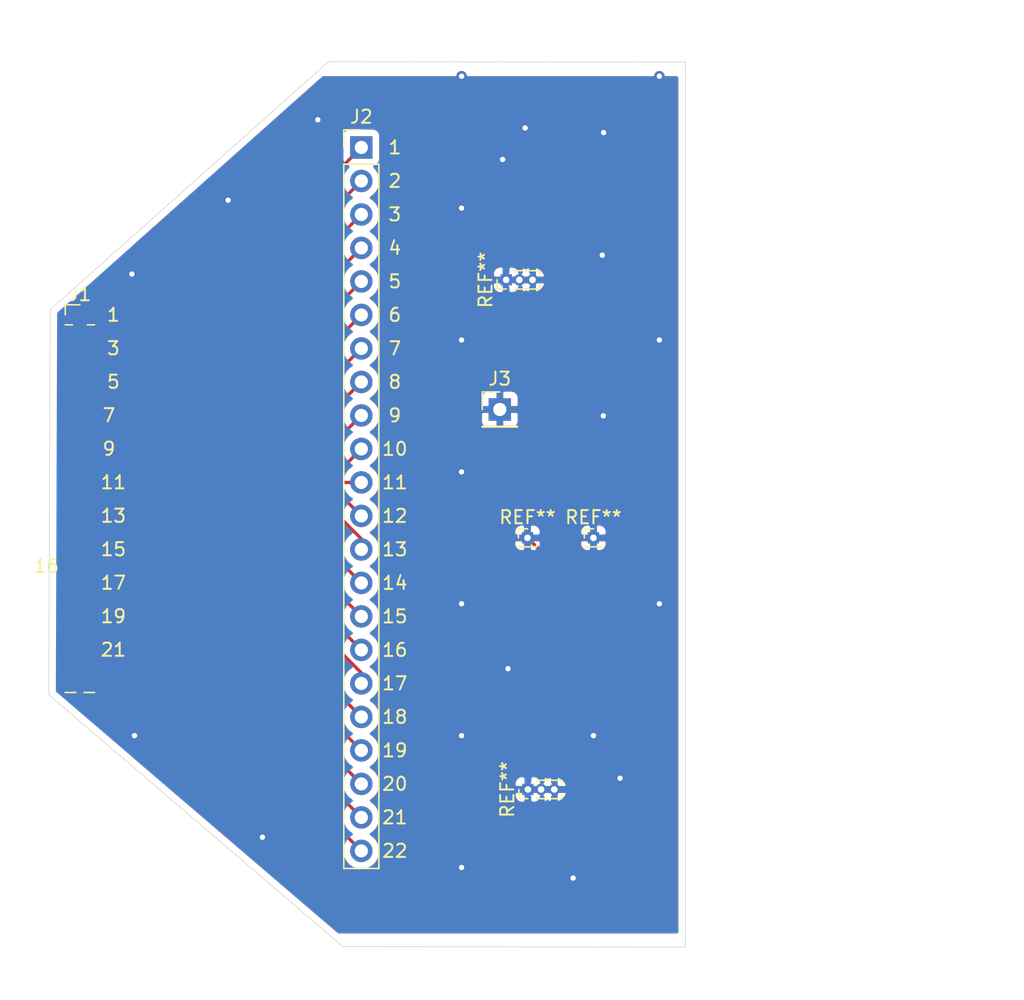
<source format=kicad_pcb>
(kicad_pcb (version 20171130) (host pcbnew "(5.1.10)-1")

  (general
    (thickness 1.6)
    (drawings 8)
    (tracks 79)
    (zones 0)
    (modules 7)
    (nets 24)
  )

  (page A4)
  (layers
    (0 F.Cu signal)
    (31 B.Cu signal)
    (32 B.Adhes user)
    (33 F.Adhes user)
    (34 B.Paste user)
    (35 F.Paste user)
    (36 B.SilkS user)
    (37 F.SilkS user)
    (38 B.Mask user)
    (39 F.Mask user)
    (40 Dwgs.User user)
    (41 Cmts.User user)
    (42 Eco1.User user)
    (43 Eco2.User user)
    (44 Edge.Cuts user)
    (45 Margin user)
    (46 B.CrtYd user)
    (47 F.CrtYd user)
    (48 B.Fab user)
    (49 F.Fab user)
  )

  (setup
    (last_trace_width 0.25)
    (trace_clearance 0.2)
    (zone_clearance 0.508)
    (zone_45_only no)
    (trace_min 0.2)
    (via_size 0.8)
    (via_drill 0.4)
    (via_min_size 0.4)
    (via_min_drill 0.3)
    (uvia_size 0.3)
    (uvia_drill 0.1)
    (uvias_allowed no)
    (uvia_min_size 0.2)
    (uvia_min_drill 0.1)
    (edge_width 0.05)
    (segment_width 0.2)
    (pcb_text_width 0.3)
    (pcb_text_size 1.5 1.5)
    (mod_edge_width 0.12)
    (mod_text_size 1 1)
    (mod_text_width 0.15)
    (pad_size 1.7 1.7)
    (pad_drill 1)
    (pad_to_mask_clearance 0)
    (aux_axis_origin 0 0)
    (visible_elements 7FFFFFFF)
    (pcbplotparams
      (layerselection 0x010fc_ffffffff)
      (usegerberextensions false)
      (usegerberattributes true)
      (usegerberadvancedattributes true)
      (creategerberjobfile true)
      (excludeedgelayer true)
      (linewidth 0.100000)
      (plotframeref false)
      (viasonmask false)
      (mode 1)
      (useauxorigin false)
      (hpglpennumber 1)
      (hpglpenspeed 20)
      (hpglpendiameter 15.000000)
      (psnegative false)
      (psa4output false)
      (plotreference true)
      (plotvalue true)
      (plotinvisibletext false)
      (padsonsilk false)
      (subtractmaskfromsilk false)
      (outputformat 1)
      (mirror false)
      (drillshape 0)
      (scaleselection 1)
      (outputdirectory "./"))
  )

  (net 0 "")
  (net 1 "Net-(J1-Pad1)")
  (net 2 "Net-(J1-Pad2)")
  (net 3 "Net-(J1-Pad3)")
  (net 4 "Net-(J1-Pad4)")
  (net 5 "Net-(J1-Pad5)")
  (net 6 "Net-(J1-Pad6)")
  (net 7 "Net-(J1-Pad7)")
  (net 8 "Net-(J1-Pad8)")
  (net 9 "Net-(J1-Pad9)")
  (net 10 "Net-(J1-Pad10)")
  (net 11 "Net-(J1-Pad11)")
  (net 12 "Net-(J1-Pad12)")
  (net 13 "Net-(J1-Pad13)")
  (net 14 "Net-(J1-Pad14)")
  (net 15 "Net-(J1-Pad15)")
  (net 16 "Net-(J1-Pad16)")
  (net 17 "Net-(J1-Pad17)")
  (net 18 "Net-(J1-Pad18)")
  (net 19 "Net-(J1-Pad19)")
  (net 20 "Net-(J1-Pad20)")
  (net 21 "Net-(J1-Pad21)")
  (net 22 "Net-(J1-Pad22)")
  (net 23 GND)

  (net_class Default "This is the default net class."
    (clearance 0.2)
    (trace_width 0.25)
    (via_dia 0.8)
    (via_drill 0.4)
    (uvia_dia 0.3)
    (uvia_drill 0.1)
    (add_net GND)
    (add_net "Net-(J1-Pad1)")
    (add_net "Net-(J1-Pad10)")
    (add_net "Net-(J1-Pad11)")
    (add_net "Net-(J1-Pad12)")
    (add_net "Net-(J1-Pad13)")
    (add_net "Net-(J1-Pad14)")
    (add_net "Net-(J1-Pad15)")
    (add_net "Net-(J1-Pad16)")
    (add_net "Net-(J1-Pad17)")
    (add_net "Net-(J1-Pad18)")
    (add_net "Net-(J1-Pad19)")
    (add_net "Net-(J1-Pad2)")
    (add_net "Net-(J1-Pad20)")
    (add_net "Net-(J1-Pad21)")
    (add_net "Net-(J1-Pad22)")
    (add_net "Net-(J1-Pad3)")
    (add_net "Net-(J1-Pad4)")
    (add_net "Net-(J1-Pad5)")
    (add_net "Net-(J1-Pad6)")
    (add_net "Net-(J1-Pad7)")
    (add_net "Net-(J1-Pad8)")
    (add_net "Net-(J1-Pad9)")
  )

  (module Connector_PinHeader_1.27mm:PinHeader_1x23_P1.27mm_Vertical (layer F.Cu) (tedit 60E51529) (tstamp 60DDE969)
    (at 111.06 83.09)
    (descr "Through hole straight pin header, 1x23, 1.27mm pitch, single row")
    (tags "Through hole pin header THT 1x23 1.27mm single row")
    (path /60DD8AAC)
    (fp_text reference J1 (at 0 -1.56) (layer F.SilkS)
      (effects (font (size 1 1) (thickness 0.15)))
    )
    (fp_text value Conn_01x22_Male (at 21.59 19.05) (layer F.Fab)
      (effects (font (size 1 1) (thickness 0.15)))
    )
    (fp_text user 21 (at 2.54 25.4) (layer F.SilkS)
      (effects (font (size 1 1) (thickness 0.15)))
    )
    (fp_text user 19 (at 2.54 22.86) (layer F.SilkS)
      (effects (font (size 1 1) (thickness 0.15)))
    )
    (fp_text user 17 (at 2.54 20.32) (layer F.SilkS)
      (effects (font (size 1 1) (thickness 0.15)))
    )
    (fp_text user 15 (at 2.54 17.78) (layer F.SilkS)
      (effects (font (size 1 1) (thickness 0.15)))
    )
    (fp_text user 13 (at 2.54 15.24) (layer F.SilkS)
      (effects (font (size 1 1) (thickness 0.15)))
    )
    (fp_text user 11 (at 2.54 12.7) (layer F.SilkS)
      (effects (font (size 1 1) (thickness 0.15)))
    )
    (fp_text user 9 (at 2.2 10.16) (layer F.SilkS)
      (effects (font (size 1 1) (thickness 0.15)))
    )
    (fp_text user 7 (at 2.2 7.62) (layer F.SilkS)
      (effects (font (size 1 1) (thickness 0.15)))
    )
    (fp_text user 5 (at 2.54 5.08) (layer F.SilkS)
      (effects (font (size 1 1) (thickness 0.15)))
    )
    (fp_text user 3 (at 2.54 2.54) (layer F.SilkS)
      (effects (font (size 1 1) (thickness 0.15)))
    )
    (fp_text user 1 (at 2.54 0) (layer F.SilkS)
      (effects (font (size 1 1) (thickness 0.15)))
    )
    (fp_text user 16 (at -2.54 19.05) (layer F.SilkS)
      (effects (font (size 1 1) (thickness 0.15)))
    )
    (fp_text user %R (at 0 10.5 90) (layer F.Fab)
      (effects (font (size 0.76 0.76) (thickness 0.114)))
    )
    (fp_line (start -0.525 -0.635) (end 1.05 -0.635) (layer F.Fab) (width 0.1))
    (fp_line (start 1.05 -0.635) (end 1.05 28.575) (layer F.Fab) (width 0.1))
    (fp_line (start 1.05 28.575) (end -1.05 28.575) (layer F.Fab) (width 0.1))
    (fp_line (start -1.05 28.575) (end -1.05 -0.11) (layer F.Fab) (width 0.1))
    (fp_line (start -1.05 -0.11) (end -0.525 -0.635) (layer F.Fab) (width 0.1))
    (fp_line (start -1.11 28.635) (end -0.30753 28.635) (layer F.SilkS) (width 0.12))
    (fp_line (start 0.30753 28.635) (end 1.11 28.635) (layer F.SilkS) (width 0.12))
    (fp_line (start -1.11 0.76) (end -0.563471 0.76) (layer F.SilkS) (width 0.12))
    (fp_line (start 0.563471 0.76) (end 1.11 0.76) (layer F.SilkS) (width 0.12))
    (fp_line (start -1.11 0) (end -1.11 -0.76) (layer F.SilkS) (width 0.12))
    (fp_line (start -1.11 -0.76) (end 0 -0.76) (layer F.SilkS) (width 0.12))
    (fp_line (start -1.55 -1.15) (end -1.55 29.1) (layer F.CrtYd) (width 0.05))
    (fp_line (start -1.55 29.1) (end 1.55 29.1) (layer F.CrtYd) (width 0.05))
    (fp_line (start 1.55 29.1) (end 1.55 -1.15) (layer F.CrtYd) (width 0.05))
    (fp_line (start 1.55 -1.15) (end -1.55 -1.15) (layer F.CrtYd) (width 0.05))
    (pad 22 smd oval (at 0 26.67) (size 3 0.8) (layers F.Cu F.Paste F.Mask)
      (net 22 "Net-(J1-Pad22)"))
    (pad 21 smd oval (at 0 25.4) (size 3 0.8) (layers F.Cu F.Paste F.Mask)
      (net 21 "Net-(J1-Pad21)"))
    (pad 20 smd oval (at 0 24.13) (size 3 0.8) (layers F.Cu F.Paste F.Mask)
      (net 20 "Net-(J1-Pad20)"))
    (pad 19 smd oval (at 0 22.86) (size 3 0.8) (layers F.Cu F.Paste F.Mask)
      (net 19 "Net-(J1-Pad19)"))
    (pad 18 smd oval (at 0 21.59) (size 3 0.8) (layers F.Cu F.Paste F.Mask)
      (net 18 "Net-(J1-Pad18)"))
    (pad 17 smd oval (at 0 20.32) (size 3 0.8) (layers F.Cu F.Paste F.Mask)
      (net 17 "Net-(J1-Pad17)"))
    (pad 16 smd oval (at 0 19.05 90) (size 0.8 3) (layers F.Cu F.Paste F.Mask)
      (net 16 "Net-(J1-Pad16)"))
    (pad 15 smd oval (at 0 17.78) (size 3 0.8) (layers F.Cu F.Paste F.Mask)
      (net 15 "Net-(J1-Pad15)"))
    (pad 14 smd oval (at 0 16.51) (size 3 0.8) (layers F.Cu F.Paste F.Mask)
      (net 14 "Net-(J1-Pad14)"))
    (pad 13 smd oval (at 0 15.24) (size 3 0.8) (layers F.Cu F.Paste F.Mask)
      (net 13 "Net-(J1-Pad13)"))
    (pad 12 connect oval (at 0 13.97) (size 3 0.8) (layers F.Cu F.Mask)
      (net 12 "Net-(J1-Pad12)"))
    (pad 11 smd oval (at 0 12.7) (size 3 0.8) (layers F.Cu F.Paste F.Mask)
      (net 11 "Net-(J1-Pad11)"))
    (pad 10 smd oval (at 0 11.43) (size 3 0.8) (layers F.Cu F.Paste F.Mask)
      (net 10 "Net-(J1-Pad10)"))
    (pad 9 smd oval (at 0 10.16) (size 3 0.8) (layers F.Cu F.Paste F.Mask)
      (net 9 "Net-(J1-Pad9)"))
    (pad 8 connect oval (at 0 8.89) (size 3 0.8) (layers F.Cu F.Mask)
      (net 8 "Net-(J1-Pad8)"))
    (pad 7 smd oval (at 0 7.62) (size 3 0.8) (layers F.Cu F.Paste F.Mask)
      (net 7 "Net-(J1-Pad7)"))
    (pad 6 smd oval (at 0 6.35) (size 3 0.8) (layers F.Cu F.Paste F.Mask)
      (net 6 "Net-(J1-Pad6)"))
    (pad 5 smd oval (at 0 5.08) (size 3 0.8) (layers F.Cu F.Paste F.Mask)
      (net 5 "Net-(J1-Pad5)"))
    (pad 4 smd oval (at 0 3.81) (size 3 0.8) (layers F.Cu F.Paste F.Mask)
      (net 4 "Net-(J1-Pad4)"))
    (pad 3 smd oval (at 0 2.54) (size 3 0.8) (layers F.Cu F.Paste F.Mask)
      (net 3 "Net-(J1-Pad3)"))
    (pad 2 smd oval (at 0 1.27) (size 3 0.8) (layers F.Cu F.Paste F.Mask)
      (net 2 "Net-(J1-Pad2)"))
    (pad 1 smd rect (at 0 0) (size 3 0.8) (layers F.Cu F.Paste F.Mask)
      (net 1 "Net-(J1-Pad1)"))
    (model ${KISYS3DMOD}/Connector_PinHeader_1.27mm.3dshapes/PinHeader_1x23_P1.27mm_Vertical.wrl
      (at (xyz 0 0 0))
      (scale (xyz 1 1 1))
      (rotate (xyz 0 0 0))
    )
  )

  (module Connector_PinHeader_1.00mm:PinHeader_1x03_P1.00mm_Vertical (layer F.Cu) (tedit 60DDA07B) (tstamp 60DE575B)
    (at 145.03 119.08 90)
    (descr "Through hole straight pin header, 1x03, 1.00mm pitch, single row")
    (tags "Through hole pin header THT 1x03 1.00mm single row")
    (fp_text reference REF** (at 0 -1.56 90) (layer F.SilkS)
      (effects (font (size 1 1) (thickness 0.15)))
    )
    (fp_text value PinHeader_1x03_P1.00mm_Vertical (at 0 3.56 90) (layer F.Fab)
      (effects (font (size 1 1) (thickness 0.15)))
    )
    (fp_line (start -0.3175 -0.5) (end 0.635 -0.5) (layer F.Fab) (width 0.1))
    (fp_line (start 0.635 -0.5) (end 0.635 2.5) (layer F.Fab) (width 0.1))
    (fp_line (start 0.635 2.5) (end -0.635 2.5) (layer F.Fab) (width 0.1))
    (fp_line (start -0.635 2.5) (end -0.635 -0.1825) (layer F.Fab) (width 0.1))
    (fp_line (start -0.635 -0.1825) (end -0.3175 -0.5) (layer F.Fab) (width 0.1))
    (fp_line (start -0.695 2.56) (end -0.394493 2.56) (layer F.SilkS) (width 0.12))
    (fp_line (start 0.394493 2.56) (end 0.695 2.56) (layer F.SilkS) (width 0.12))
    (fp_line (start -0.695 0.685) (end -0.695 2.56) (layer F.SilkS) (width 0.12))
    (fp_line (start 0.695 0.685) (end 0.695 2.56) (layer F.SilkS) (width 0.12))
    (fp_line (start -0.695 0.685) (end -0.608276 0.685) (layer F.SilkS) (width 0.12))
    (fp_line (start 0.608276 0.685) (end 0.695 0.685) (layer F.SilkS) (width 0.12))
    (fp_line (start -0.695 0) (end -0.695 -0.685) (layer F.SilkS) (width 0.12))
    (fp_line (start -0.695 -0.685) (end 0 -0.685) (layer F.SilkS) (width 0.12))
    (fp_line (start -1.15 -1) (end -1.15 3) (layer F.CrtYd) (width 0.05))
    (fp_line (start -1.15 3) (end 1.15 3) (layer F.CrtYd) (width 0.05))
    (fp_line (start 1.15 3) (end 1.15 -1) (layer F.CrtYd) (width 0.05))
    (fp_line (start 1.15 -1) (end -1.15 -1) (layer F.CrtYd) (width 0.05))
    (pad 1 thru_hole rect (at 0 0 90) (size 0.85 0.85) (drill 0.5) (layers *.Cu *.Mask)
      (net 23 GND))
    (pad 2 thru_hole oval (at 0 1 90) (size 0.85 0.85) (drill 0.5) (layers *.Cu *.Mask)
      (net 23 GND))
    (pad 3 thru_hole oval (at 0 2 90) (size 0.85 0.85) (drill 0.5) (layers *.Cu *.Mask)
      (net 23 GND))
    (model ${KISYS3DMOD}/Connector_PinHeader_1.00mm.3dshapes/PinHeader_1x03_P1.00mm_Vertical.wrl
      (at (xyz 0 0 0))
      (scale (xyz 1 1 1))
      (rotate (xyz 0 0 0))
    )
  )

  (module Connector_PinHeader_1.00mm:PinHeader_1x03_P1.00mm_Vertical (layer F.Cu) (tedit 60DDA099) (tstamp 60DE57EB)
    (at 143.38 80.44 90)
    (descr "Through hole straight pin header, 1x03, 1.00mm pitch, single row")
    (tags "Through hole pin header THT 1x03 1.00mm single row")
    (fp_text reference REF** (at 0 -1.56 90) (layer F.SilkS)
      (effects (font (size 1 1) (thickness 0.15)))
    )
    (fp_text value PinHeader_1x03_P1.00mm_Vertical (at 0 3.56 90) (layer F.Fab)
      (effects (font (size 1 1) (thickness 0.15)))
    )
    (fp_line (start -0.3175 -0.5) (end 0.635 -0.5) (layer F.Fab) (width 0.1))
    (fp_line (start 0.635 -0.5) (end 0.635 2.5) (layer F.Fab) (width 0.1))
    (fp_line (start 0.635 2.5) (end -0.635 2.5) (layer F.Fab) (width 0.1))
    (fp_line (start -0.635 2.5) (end -0.635 -0.1825) (layer F.Fab) (width 0.1))
    (fp_line (start -0.635 -0.1825) (end -0.3175 -0.5) (layer F.Fab) (width 0.1))
    (fp_line (start -0.695 2.56) (end -0.394493 2.56) (layer F.SilkS) (width 0.12))
    (fp_line (start 0.394493 2.56) (end 0.695 2.56) (layer F.SilkS) (width 0.12))
    (fp_line (start -0.695 0.685) (end -0.695 2.56) (layer F.SilkS) (width 0.12))
    (fp_line (start 0.695 0.685) (end 0.695 2.56) (layer F.SilkS) (width 0.12))
    (fp_line (start -0.695 0.685) (end -0.608276 0.685) (layer F.SilkS) (width 0.12))
    (fp_line (start 0.608276 0.685) (end 0.695 0.685) (layer F.SilkS) (width 0.12))
    (fp_line (start -0.695 0) (end -0.695 -0.685) (layer F.SilkS) (width 0.12))
    (fp_line (start -0.695 -0.685) (end 0 -0.685) (layer F.SilkS) (width 0.12))
    (fp_line (start -1.15 -1) (end -1.15 3) (layer F.CrtYd) (width 0.05))
    (fp_line (start -1.15 3) (end 1.15 3) (layer F.CrtYd) (width 0.05))
    (fp_line (start 1.15 3) (end 1.15 -1) (layer F.CrtYd) (width 0.05))
    (fp_line (start 1.15 -1) (end -1.15 -1) (layer F.CrtYd) (width 0.05))
    (fp_text user %R (at 0 1) (layer F.Fab)
      (effects (font (size 0.76 0.76) (thickness 0.114)))
    )
    (pad 1 thru_hole rect (at 0 0 90) (size 0.85 0.85) (drill 0.5) (layers *.Cu *.Mask)
      (net 23 GND))
    (pad 2 thru_hole oval (at 0 1 90) (size 0.85 0.85) (drill 0.5) (layers *.Cu *.Mask)
      (net 23 GND))
    (pad 3 thru_hole oval (at 0 2 90) (size 0.85 0.85) (drill 0.5) (layers *.Cu *.Mask)
      (net 23 GND))
    (model ${KISYS3DMOD}/Connector_PinHeader_1.00mm.3dshapes/PinHeader_1x03_P1.00mm_Vertical.wrl
      (at (xyz 0 0 0))
      (scale (xyz 1 1 1))
      (rotate (xyz 0 0 0))
    )
  )

  (module Connector_PinHeader_1.00mm:PinHeader_1x01_P1.00mm_Vertical (layer F.Cu) (tedit 60DDA054) (tstamp 60DE5305)
    (at 150 100)
    (descr "Through hole straight pin header, 1x01, 1.00mm pitch, single row")
    (tags "Through hole pin header THT 1x01 1.00mm single row")
    (fp_text reference REF** (at 0 -1.56) (layer F.SilkS)
      (effects (font (size 1 1) (thickness 0.15)))
    )
    (fp_text value PinHeader_1x01_P1.00mm_Vertical (at 0 1.56) (layer F.Fab)
      (effects (font (size 1 1) (thickness 0.15)))
    )
    (fp_line (start -0.3175 -0.5) (end 0.635 -0.5) (layer F.Fab) (width 0.1))
    (fp_line (start 0.635 -0.5) (end 0.635 0.5) (layer F.Fab) (width 0.1))
    (fp_line (start 0.635 0.5) (end -0.635 0.5) (layer F.Fab) (width 0.1))
    (fp_line (start -0.635 0.5) (end -0.635 -0.1825) (layer F.Fab) (width 0.1))
    (fp_line (start -0.635 -0.1825) (end -0.3175 -0.5) (layer F.Fab) (width 0.1))
    (fp_line (start -0.695 0.685) (end 0.695 0.685) (layer F.SilkS) (width 0.12))
    (fp_line (start -0.695 0.685) (end -0.695 0.56) (layer F.SilkS) (width 0.12))
    (fp_line (start 0.695 0.685) (end 0.695 0.56) (layer F.SilkS) (width 0.12))
    (fp_line (start -0.695 0.685) (end -0.608276 0.685) (layer F.SilkS) (width 0.12))
    (fp_line (start 0.608276 0.685) (end 0.695 0.685) (layer F.SilkS) (width 0.12))
    (fp_line (start -0.695 0) (end -0.695 -0.685) (layer F.SilkS) (width 0.12))
    (fp_line (start -0.695 -0.685) (end 0 -0.685) (layer F.SilkS) (width 0.12))
    (fp_line (start -1.15 -1) (end -1.15 1) (layer F.CrtYd) (width 0.05))
    (fp_line (start -1.15 1) (end 1.15 1) (layer F.CrtYd) (width 0.05))
    (fp_line (start 1.15 1) (end 1.15 -1) (layer F.CrtYd) (width 0.05))
    (fp_line (start 1.15 -1) (end -1.15 -1) (layer F.CrtYd) (width 0.05))
    (fp_text user %R (at 0 0 90) (layer F.Fab)
      (effects (font (size 0.76 0.76) (thickness 0.114)))
    )
    (pad 1 thru_hole rect (at 0 0) (size 0.85 0.85) (drill 0.5) (layers *.Cu *.Mask)
      (net 23 GND))
    (model ${KISYS3DMOD}/Connector_PinHeader_1.00mm.3dshapes/PinHeader_1x01_P1.00mm_Vertical.wrl
      (at (xyz 0 0 0))
      (scale (xyz 1 1 1))
      (rotate (xyz 0 0 0))
    )
  )

  (module Connector_PinHeader_1.00mm:PinHeader_1x01_P1.00mm_Vertical (layer F.Cu) (tedit 60DDA061) (tstamp 60DE529B)
    (at 145 100)
    (descr "Through hole straight pin header, 1x01, 1.00mm pitch, single row")
    (tags "Through hole pin header THT 1x01 1.00mm single row")
    (fp_text reference REF** (at 0 -1.56) (layer F.SilkS)
      (effects (font (size 1 1) (thickness 0.15)))
    )
    (fp_text value PinHeader_1x01_P1.00mm_Vertical (at 0 1.56) (layer F.Fab)
      (effects (font (size 1 1) (thickness 0.15)))
    )
    (fp_line (start -0.3175 -0.5) (end 0.635 -0.5) (layer F.Fab) (width 0.1))
    (fp_line (start 0.635 -0.5) (end 0.635 0.5) (layer F.Fab) (width 0.1))
    (fp_line (start 0.635 0.5) (end -0.635 0.5) (layer F.Fab) (width 0.1))
    (fp_line (start -0.635 0.5) (end -0.635 -0.1825) (layer F.Fab) (width 0.1))
    (fp_line (start -0.635 -0.1825) (end -0.3175 -0.5) (layer F.Fab) (width 0.1))
    (fp_line (start -0.695 0.685) (end 0.695 0.685) (layer F.SilkS) (width 0.12))
    (fp_line (start -0.695 0.685) (end -0.695 0.56) (layer F.SilkS) (width 0.12))
    (fp_line (start 0.695 0.685) (end 0.695 0.56) (layer F.SilkS) (width 0.12))
    (fp_line (start -0.695 0.685) (end -0.608276 0.685) (layer F.SilkS) (width 0.12))
    (fp_line (start 0.608276 0.685) (end 0.695 0.685) (layer F.SilkS) (width 0.12))
    (fp_line (start -0.695 0) (end -0.695 -0.685) (layer F.SilkS) (width 0.12))
    (fp_line (start -0.695 -0.685) (end 0 -0.685) (layer F.SilkS) (width 0.12))
    (fp_line (start -1.15 -1) (end -1.15 1) (layer F.CrtYd) (width 0.05))
    (fp_line (start -1.15 1) (end 1.15 1) (layer F.CrtYd) (width 0.05))
    (fp_line (start 1.15 1) (end 1.15 -1) (layer F.CrtYd) (width 0.05))
    (fp_line (start 1.15 -1) (end -1.15 -1) (layer F.CrtYd) (width 0.05))
    (fp_text user %R (at 0 0 90) (layer F.Fab)
      (effects (font (size 0.76 0.76) (thickness 0.114)))
    )
    (pad 1 thru_hole rect (at 0 0) (size 0.85 0.85) (drill 0.5) (layers *.Cu *.Mask)
      (net 23 GND))
    (model ${KISYS3DMOD}/Connector_PinHeader_1.00mm.3dshapes/PinHeader_1x01_P1.00mm_Vertical.wrl
      (at (xyz 0 0 0))
      (scale (xyz 1 1 1))
      (rotate (xyz 0 0 0))
    )
  )

  (module Connector_PinHeader_2.54mm:PinHeader_1x22_P2.54mm_Vertical (layer F.Cu) (tedit 60DD9A67) (tstamp 60DDE993)
    (at 132.4 70.4)
    (descr "Through hole straight pin header, 1x22, 2.54mm pitch, single row")
    (tags "Through hole pin header THT 1x22 2.54mm single row")
    (path /60DDF764)
    (fp_text reference J2 (at 0 -2.33) (layer F.SilkS)
      (effects (font (size 1 1) (thickness 0.15)))
    )
    (fp_text value Conn_01x22_Male (at 0 55.67) (layer F.Fab)
      (effects (font (size 1 1) (thickness 0.15)))
    )
    (fp_line (start 1.8 -1.8) (end -1.8 -1.8) (layer F.CrtYd) (width 0.05))
    (fp_line (start 1.8 55.15) (end 1.8 -1.8) (layer F.CrtYd) (width 0.05))
    (fp_line (start -1.8 55.15) (end 1.8 55.15) (layer F.CrtYd) (width 0.05))
    (fp_line (start -1.8 -1.8) (end -1.8 55.15) (layer F.CrtYd) (width 0.05))
    (fp_line (start -1.33 -1.33) (end 0 -1.33) (layer F.SilkS) (width 0.12))
    (fp_line (start -1.33 0) (end -1.33 -1.33) (layer F.SilkS) (width 0.12))
    (fp_line (start -1.33 1.27) (end 1.33 1.27) (layer F.SilkS) (width 0.12))
    (fp_line (start 1.33 1.27) (end 1.33 54.67) (layer F.SilkS) (width 0.12))
    (fp_line (start -1.33 1.27) (end -1.33 54.67) (layer F.SilkS) (width 0.12))
    (fp_line (start -1.33 54.67) (end 1.33 54.67) (layer F.SilkS) (width 0.12))
    (fp_line (start -1.27 -0.635) (end -0.635 -1.27) (layer F.Fab) (width 0.1))
    (fp_line (start -1.27 54.61) (end -1.27 -0.635) (layer F.Fab) (width 0.1))
    (fp_line (start 1.27 54.61) (end -1.27 54.61) (layer F.Fab) (width 0.1))
    (fp_line (start 1.27 -1.27) (end 1.27 54.61) (layer F.Fab) (width 0.1))
    (fp_line (start -0.635 -1.27) (end 1.27 -1.27) (layer F.Fab) (width 0.1))
    (fp_text user 22 (at 2.54 53.34) (layer F.SilkS)
      (effects (font (size 1 1) (thickness 0.15)))
    )
    (fp_text user 21 (at 2.54 50.8) (layer F.SilkS)
      (effects (font (size 1 1) (thickness 0.15)))
    )
    (fp_text user 20 (at 2.54 48.26) (layer F.SilkS)
      (effects (font (size 1 1) (thickness 0.15)))
    )
    (fp_text user 19 (at 2.54 45.72) (layer F.SilkS)
      (effects (font (size 1 1) (thickness 0.15)))
    )
    (fp_text user 18 (at 2.54 43.18) (layer F.SilkS)
      (effects (font (size 1 1) (thickness 0.15)))
    )
    (fp_text user 17 (at 2.54 40.64) (layer F.SilkS)
      (effects (font (size 1 1) (thickness 0.15)))
    )
    (fp_text user 16 (at 2.54 38.1) (layer F.SilkS)
      (effects (font (size 1 1) (thickness 0.15)))
    )
    (fp_text user 15 (at 2.54 35.56) (layer F.SilkS)
      (effects (font (size 1 1) (thickness 0.15)))
    )
    (fp_text user 14 (at 2.54 33.02) (layer F.SilkS)
      (effects (font (size 1 1) (thickness 0.15)))
    )
    (fp_text user 13 (at 2.54 30.48) (layer F.SilkS)
      (effects (font (size 1 1) (thickness 0.15)))
    )
    (fp_text user 12 (at 2.54 27.94) (layer F.SilkS)
      (effects (font (size 1 1) (thickness 0.15)))
    )
    (fp_text user 11 (at 2.54 25.4) (layer F.SilkS)
      (effects (font (size 1 1) (thickness 0.15)))
    )
    (fp_text user 10 (at 2.54 22.86) (layer F.SilkS)
      (effects (font (size 1 1) (thickness 0.15)))
    )
    (fp_text user 9 (at 2.54 20.32) (layer F.SilkS)
      (effects (font (size 1 1) (thickness 0.15)))
    )
    (fp_text user 8 (at 2.54 17.78) (layer F.SilkS)
      (effects (font (size 1 1) (thickness 0.15)))
    )
    (fp_text user 7 (at 2.54 15.24) (layer F.SilkS)
      (effects (font (size 1 1) (thickness 0.15)))
    )
    (fp_text user 6 (at 2.54 12.7) (layer F.SilkS)
      (effects (font (size 1 1) (thickness 0.15)))
    )
    (fp_text user 5 (at 2.54 10.16) (layer F.SilkS)
      (effects (font (size 1 1) (thickness 0.15)))
    )
    (fp_text user 4 (at 2.54 7.62) (layer F.SilkS)
      (effects (font (size 1 1) (thickness 0.15)))
    )
    (fp_text user 3 (at 2.54 5.08) (layer F.SilkS)
      (effects (font (size 1 1) (thickness 0.15)))
    )
    (fp_text user 2 (at 2.54 2.54) (layer F.SilkS)
      (effects (font (size 1 1) (thickness 0.15)))
    )
    (fp_text user 1 (at 2.54 0) (layer F.SilkS)
      (effects (font (size 1 1) (thickness 0.15)))
    )
    (fp_text user %R (at 0 26.67 90) (layer F.Fab)
      (effects (font (size 1 1) (thickness 0.15)))
    )
    (pad 22 thru_hole oval (at 0 53.34) (size 1.7 1.7) (drill 1) (layers *.Cu *.Mask)
      (net 22 "Net-(J1-Pad22)"))
    (pad 21 thru_hole oval (at 0 50.8) (size 1.7 1.7) (drill 1) (layers *.Cu *.Mask)
      (net 21 "Net-(J1-Pad21)"))
    (pad 20 thru_hole oval (at 0 48.26) (size 1.7 1.7) (drill 1) (layers *.Cu *.Mask)
      (net 20 "Net-(J1-Pad20)"))
    (pad 19 thru_hole oval (at 0 45.72) (size 1.7 1.7) (drill 1) (layers *.Cu *.Mask)
      (net 19 "Net-(J1-Pad19)"))
    (pad 18 thru_hole oval (at 0 43.18) (size 1.7 1.7) (drill 1) (layers *.Cu *.Mask)
      (net 18 "Net-(J1-Pad18)"))
    (pad 17 thru_hole oval (at 0 40.64) (size 1.7 1.7) (drill 1) (layers *.Cu *.Mask)
      (net 17 "Net-(J1-Pad17)"))
    (pad 16 thru_hole oval (at 0 38.1) (size 1.7 1.7) (drill 1) (layers *.Cu *.Mask)
      (net 16 "Net-(J1-Pad16)"))
    (pad 15 thru_hole oval (at 0 35.56) (size 1.7 1.7) (drill 1) (layers *.Cu *.Mask)
      (net 15 "Net-(J1-Pad15)"))
    (pad 14 thru_hole oval (at 0 33.02) (size 1.7 1.7) (drill 1) (layers *.Cu *.Mask)
      (net 14 "Net-(J1-Pad14)"))
    (pad 13 thru_hole oval (at 0 30.48) (size 1.7 1.7) (drill 1) (layers *.Cu *.Mask)
      (net 13 "Net-(J1-Pad13)"))
    (pad 12 thru_hole oval (at 0 27.94) (size 1.7 1.7) (drill 1) (layers *.Cu *.Mask)
      (net 12 "Net-(J1-Pad12)"))
    (pad 11 thru_hole oval (at 0 25.4) (size 1.7 1.7) (drill 1) (layers *.Cu *.Mask)
      (net 11 "Net-(J1-Pad11)"))
    (pad 10 thru_hole oval (at 0 22.86) (size 1.7 1.7) (drill 1) (layers *.Cu *.Mask)
      (net 10 "Net-(J1-Pad10)"))
    (pad 9 thru_hole oval (at 0 20.32) (size 1.7 1.7) (drill 1) (layers *.Cu *.Mask)
      (net 9 "Net-(J1-Pad9)"))
    (pad 8 thru_hole oval (at 0 17.78) (size 1.7 1.7) (drill 1) (layers *.Cu *.Mask)
      (net 8 "Net-(J1-Pad8)"))
    (pad 7 thru_hole oval (at 0 15.24) (size 1.7 1.7) (drill 1) (layers *.Cu *.Mask)
      (net 7 "Net-(J1-Pad7)"))
    (pad 6 thru_hole oval (at 0 12.7) (size 1.7 1.7) (drill 1) (layers *.Cu *.Mask)
      (net 6 "Net-(J1-Pad6)"))
    (pad 5 thru_hole oval (at 0 10.16) (size 1.7 1.7) (drill 1) (layers *.Cu *.Mask)
      (net 5 "Net-(J1-Pad5)"))
    (pad 4 thru_hole oval (at 0 7.62) (size 1.7 1.7) (drill 1) (layers *.Cu *.Mask)
      (net 4 "Net-(J1-Pad4)"))
    (pad 3 thru_hole oval (at 0 5.08) (size 1.7 1.7) (drill 1) (layers *.Cu *.Mask)
      (net 3 "Net-(J1-Pad3)"))
    (pad 2 thru_hole oval (at 0 2.54) (size 1.7 1.7) (drill 1) (layers *.Cu *.Mask)
      (net 2 "Net-(J1-Pad2)"))
    (pad 1 thru_hole rect (at 0 0) (size 1.7 1.7) (drill 1) (layers *.Cu *.Mask)
      (net 1 "Net-(J1-Pad1)"))
    (model ${KISYS3DMOD}/Connector_PinHeader_2.54mm.3dshapes/PinHeader_1x22_P2.54mm_Vertical.wrl
      (at (xyz 0 0 0))
      (scale (xyz 1 1 1))
      (rotate (xyz 0 0 0))
    )
  )

  (module Connector_PinHeader_2.54mm:PinHeader_1x01_P2.54mm_Vertical (layer F.Cu) (tedit 59FED5CC) (tstamp 60DE610B)
    (at 142.9 90.27)
    (descr "Through hole straight pin header, 1x01, 2.54mm pitch, single row")
    (tags "Through hole pin header THT 1x01 2.54mm single row")
    (path /60DEF2F6)
    (fp_text reference J3 (at 0 -2.33) (layer F.SilkS)
      (effects (font (size 1 1) (thickness 0.15)))
    )
    (fp_text value Conn_01x01_Female (at 0 2.33) (layer F.Fab)
      (effects (font (size 1 1) (thickness 0.15)))
    )
    (fp_line (start -0.635 -1.27) (end 1.27 -1.27) (layer F.Fab) (width 0.1))
    (fp_line (start 1.27 -1.27) (end 1.27 1.27) (layer F.Fab) (width 0.1))
    (fp_line (start 1.27 1.27) (end -1.27 1.27) (layer F.Fab) (width 0.1))
    (fp_line (start -1.27 1.27) (end -1.27 -0.635) (layer F.Fab) (width 0.1))
    (fp_line (start -1.27 -0.635) (end -0.635 -1.27) (layer F.Fab) (width 0.1))
    (fp_line (start -1.33 1.33) (end 1.33 1.33) (layer F.SilkS) (width 0.12))
    (fp_line (start -1.33 1.27) (end -1.33 1.33) (layer F.SilkS) (width 0.12))
    (fp_line (start 1.33 1.27) (end 1.33 1.33) (layer F.SilkS) (width 0.12))
    (fp_line (start -1.33 1.27) (end 1.33 1.27) (layer F.SilkS) (width 0.12))
    (fp_line (start -1.33 0) (end -1.33 -1.33) (layer F.SilkS) (width 0.12))
    (fp_line (start -1.33 -1.33) (end 0 -1.33) (layer F.SilkS) (width 0.12))
    (fp_line (start -1.8 -1.8) (end -1.8 1.8) (layer F.CrtYd) (width 0.05))
    (fp_line (start -1.8 1.8) (end 1.8 1.8) (layer F.CrtYd) (width 0.05))
    (fp_line (start 1.8 1.8) (end 1.8 -1.8) (layer F.CrtYd) (width 0.05))
    (fp_line (start 1.8 -1.8) (end -1.8 -1.8) (layer F.CrtYd) (width 0.05))
    (pad 1 thru_hole rect (at 0 0) (size 1.7 1.7) (drill 1) (layers *.Cu *.Mask)
      (net 23 GND))
    (model ${KISYS3DMOD}/Connector_PinHeader_2.54mm.3dshapes/PinHeader_1x01_P2.54mm_Vertical.wrl
      (at (xyz 0 0 0))
      (scale (xyz 1 1 1))
      (rotate (xyz 0 0 0))
    )
  )

  (dimension 48.290001 (width 0.15) (layer Dwgs.User)
    (gr_text "48.290 mm" (at 132.883492 59.91546 359.9881351) (layer Dwgs.User)
      (effects (font (size 1 1) (thickness 0.15)))
    )
    (feature1 (pts (xy 157.02 100.93) (xy 157.028345 60.634039)))
    (feature2 (pts (xy 108.73 100.92) (xy 108.738345 60.624039)))
    (crossbar (pts (xy 108.738223 61.21046) (xy 157.028223 61.22046)))
    (arrow1a (pts (xy 157.028223 61.22046) (xy 155.901598 61.806647)))
    (arrow1b (pts (xy 157.028223 61.22046) (xy 155.901841 60.633806)))
    (arrow2a (pts (xy 108.738223 61.21046) (xy 109.864605 61.797114)))
    (arrow2b (pts (xy 108.738223 61.21046) (xy 109.864848 60.624273)))
  )
  (gr_line (start 156.97 63.92) (end 129.89 63.9) (layer Edge.Cuts) (width 0.05))
  (gr_line (start 131 131) (end 156.97 131.02) (layer Edge.Cuts) (width 0.05) (tstamp 60E591A9))
  (gr_line (start 108.8 82.7) (end 129.9 63.9) (layer Edge.Cuts) (width 0.05) (tstamp 60DE84FC))
  (gr_line (start 108.7 111.9) (end 131 131) (layer Edge.Cuts) (width 0.05) (tstamp 60DE84F4))
  (gr_line (start 108.8 82.7) (end 108.7 111.9) (layer Edge.Cuts) (width 0.05))
  (gr_line (start 156.97 63.92) (end 156.97 131.02) (layer Edge.Cuts) (width 0.05))
  (dimension 75 (width 0.15) (layer Dwgs.User)
    (gr_text "75.000 mm" (at 181.3 97.5 270) (layer Dwgs.User)
      (effects (font (size 1 1) (thickness 0.15)))
    )
    (feature1 (pts (xy 175 135) (xy 180.586421 135)))
    (feature2 (pts (xy 175 60) (xy 180.586421 60)))
    (crossbar (pts (xy 180 60) (xy 180 135)))
    (arrow1a (pts (xy 180 135) (xy 179.413579 133.873496)))
    (arrow1b (pts (xy 180 135) (xy 180.586421 133.873496)))
    (arrow2a (pts (xy 180 60) (xy 179.413579 61.126504)))
    (arrow2b (pts (xy 180 60) (xy 180.586421 61.126504)))
  )

  (segment (start 119.71 83.09) (end 132.4 70.4) (width 0.25) (layer F.Cu) (net 1))
  (segment (start 111.06 83.09) (end 119.71 83.09) (width 0.25) (layer F.Cu) (net 1))
  (segment (start 120.98 84.36) (end 132.4 72.94) (width 0.25) (layer F.Cu) (net 2))
  (segment (start 111.06 84.36) (end 120.98 84.36) (width 0.25) (layer F.Cu) (net 2))
  (segment (start 122.25 85.63) (end 132.4 75.48) (width 0.25) (layer F.Cu) (net 3))
  (segment (start 111.06 85.63) (end 122.25 85.63) (width 0.25) (layer F.Cu) (net 3))
  (segment (start 123.52 86.9) (end 132.4 78.02) (width 0.25) (layer F.Cu) (net 4))
  (segment (start 111.06 86.9) (end 123.52 86.9) (width 0.25) (layer F.Cu) (net 4))
  (segment (start 124.79 88.17) (end 132.4 80.56) (width 0.25) (layer F.Cu) (net 5))
  (segment (start 111.06 88.17) (end 124.79 88.17) (width 0.25) (layer F.Cu) (net 5))
  (segment (start 126.06 89.44) (end 132.4 83.1) (width 0.25) (layer F.Cu) (net 6))
  (segment (start 111.06 89.44) (end 126.06 89.44) (width 0.25) (layer F.Cu) (net 6))
  (segment (start 127.33 90.71) (end 132.4 85.64) (width 0.25) (layer F.Cu) (net 7))
  (segment (start 111.06 90.71) (end 127.33 90.71) (width 0.25) (layer F.Cu) (net 7))
  (segment (start 128.6 91.98) (end 132.4 88.18) (width 0.25) (layer F.Cu) (net 8))
  (segment (start 111.06 91.98) (end 128.6 91.98) (width 0.25) (layer F.Cu) (net 8))
  (segment (start 129.87 93.25) (end 132.4 90.72) (width 0.25) (layer F.Cu) (net 9))
  (segment (start 111.06 93.25) (end 129.87 93.25) (width 0.25) (layer F.Cu) (net 9))
  (segment (start 131.14 94.52) (end 132.4 93.26) (width 0.25) (layer F.Cu) (net 10))
  (segment (start 111.06 94.52) (end 131.14 94.52) (width 0.25) (layer F.Cu) (net 10))
  (segment (start 111.07 95.8) (end 111.06 95.79) (width 0.25) (layer F.Cu) (net 11))
  (segment (start 132.4 95.8) (end 111.07 95.8) (width 0.25) (layer F.Cu) (net 11))
  (segment (start 131.12 97.06) (end 132.4 98.34) (width 0.25) (layer F.Cu) (net 12))
  (segment (start 111.06 97.06) (end 131.12 97.06) (width 0.25) (layer F.Cu) (net 12))
  (segment (start 132.4 100.079002) (end 132.4 100.88) (width 0.25) (layer F.Cu) (net 13))
  (segment (start 130.650998 98.33) (end 132.4 100.079002) (width 0.25) (layer F.Cu) (net 13))
  (segment (start 111.06 98.33) (end 130.650998 98.33) (width 0.25) (layer F.Cu) (net 13))
  (segment (start 128.58 99.6) (end 132.4 103.42) (width 0.25) (layer F.Cu) (net 14))
  (segment (start 111.06 99.6) (end 128.58 99.6) (width 0.25) (layer F.Cu) (net 14))
  (segment (start 127.31 100.87) (end 132.4 105.96) (width 0.25) (layer F.Cu) (net 15))
  (segment (start 111.06 100.87) (end 127.31 100.87) (width 0.25) (layer F.Cu) (net 15))
  (segment (start 126.04 102.14) (end 132.4 108.5) (width 0.25) (layer F.Cu) (net 16))
  (segment (start 111.06 102.14) (end 126.04 102.14) (width 0.25) (layer F.Cu) (net 16))
  (segment (start 132.4 110.239002) (end 132.4 111.04) (width 0.25) (layer F.Cu) (net 17))
  (segment (start 125.570998 103.41) (end 132.4 110.239002) (width 0.25) (layer F.Cu) (net 17))
  (segment (start 111.06 103.41) (end 125.570998 103.41) (width 0.25) (layer F.Cu) (net 17))
  (segment (start 123.5 104.68) (end 132.4 113.58) (width 0.25) (layer F.Cu) (net 18))
  (segment (start 111.06 104.68) (end 123.5 104.68) (width 0.25) (layer F.Cu) (net 18))
  (segment (start 122.23 105.95) (end 132.4 116.12) (width 0.25) (layer F.Cu) (net 19))
  (segment (start 111.06 105.95) (end 122.23 105.95) (width 0.25) (layer F.Cu) (net 19))
  (segment (start 121.760998 107.22) (end 128.82 114.279002) (width 0.25) (layer F.Cu) (net 20))
  (segment (start 111.06 107.22) (end 121.760998 107.22) (width 0.25) (layer F.Cu) (net 20))
  (segment (start 128.82 115.08) (end 132.4 118.66) (width 0.25) (layer F.Cu) (net 20))
  (segment (start 128.82 114.279002) (end 128.82 115.08) (width 0.25) (layer F.Cu) (net 20))
  (segment (start 119.69 108.49) (end 132.4 121.2) (width 0.25) (layer F.Cu) (net 21))
  (segment (start 111.06 108.49) (end 119.69 108.49) (width 0.25) (layer F.Cu) (net 21))
  (segment (start 119.220998 109.76) (end 129.47 120.009002) (width 0.25) (layer F.Cu) (net 22))
  (segment (start 111.06 109.76) (end 119.220998 109.76) (width 0.25) (layer F.Cu) (net 22))
  (segment (start 129.47 120.81) (end 132.4 123.74) (width 0.25) (layer F.Cu) (net 22))
  (segment (start 129.47 120.009002) (end 129.47 120.81) (width 0.25) (layer F.Cu) (net 22))
  (via (at 152.02 118.23) (size 0.8) (drill 0.4) (layers F.Cu B.Cu) (net 23))
  (via (at 124.9 122.7) (size 0.8) (drill 0.4) (layers F.Cu B.Cu) (net 23))
  (via (at 122.3 74.4) (size 0.8) (drill 0.4) (layers F.Cu B.Cu) (net 23))
  (via (at 115 80) (size 0.8) (drill 0.4) (layers F.Cu B.Cu) (net 23))
  (via (at 129.1 68.3) (size 0.8) (drill 0.4) (layers F.Cu B.Cu) (net 23))
  (via (at 115.2 115) (size 0.8) (drill 0.4) (layers F.Cu B.Cu) (net 23))
  (via (at 140 125) (size 0.8) (drill 0.4) (layers F.Cu B.Cu) (net 23))
  (via (at 140 115) (size 0.8) (drill 0.4) (layers F.Cu B.Cu) (net 23))
  (via (at 140 105) (size 0.8) (drill 0.4) (layers F.Cu B.Cu) (net 23))
  (via (at 140 95) (size 0.8) (drill 0.4) (layers F.Cu B.Cu) (net 23))
  (via (at 140 85) (size 0.8) (drill 0.4) (layers F.Cu B.Cu) (net 23))
  (via (at 140 75) (size 0.8) (drill 0.4) (layers F.Cu B.Cu) (net 23))
  (via (at 140 65) (size 0.8) (drill 0.4) (layers F.Cu B.Cu) (net 23))
  (via (at 155 65) (size 0.8) (drill 0.4) (layers F.Cu B.Cu) (net 23))
  (via (at 150.77 69.27) (size 0.8) (drill 0.4) (layers F.Cu B.Cu) (net 23))
  (via (at 155 85) (size 0.8) (drill 0.4) (layers F.Cu B.Cu) (net 23))
  (via (at 150.75 90.75) (size 0.8) (drill 0.4) (layers F.Cu B.Cu) (net 23))
  (via (at 155 105) (size 0.8) (drill 0.4) (layers F.Cu B.Cu) (net 23))
  (via (at 150 115) (size 0.8) (drill 0.4) (layers F.Cu B.Cu) (net 23))
  (via (at 143.11 71.31) (size 0.8) (drill 0.4) (layers F.Cu B.Cu) (net 23))
  (via (at 150.67 78.57) (size 0.8) (drill 0.4) (layers F.Cu B.Cu) (net 23))
  (via (at 144.82 68.92) (size 0.8) (drill 0.4) (layers F.Cu B.Cu) (net 23))
  (via (at 143.52 109.92) (size 0.8) (drill 0.4) (layers F.Cu B.Cu) (net 23))
  (via (at 148.46 125.8) (size 0.8) (drill 0.4) (layers F.Cu B.Cu) (net 23))
  (segment (start 150 100) (end 145 100) (width 0.25) (layer F.Cu) (net 23))
  (segment (start 145 100) (end 145 115) (width 0.25) (layer F.Cu) (net 23))
  (segment (start 155 110) (end 145 100) (width 0.25) (layer F.Cu) (net 23))
  (segment (start 155 65) (end 155 70) (width 0.25) (layer F.Cu) (net 23))
  (segment (start 140 65) (end 140 75) (width 0.25) (layer F.Cu) (net 23))

  (zone (net 23) (net_name GND) (layer F.Cu) (tstamp 60DE83DC) (hatch edge 0.508)
    (connect_pads (clearance 0.508))
    (min_thickness 0.3)
    (fill yes (arc_segments 32) (thermal_gap 0.508) (thermal_bridge_width 0.508))
    (polygon
      (pts
        (xy 170 130) (xy 115 130) (xy 115 65) (xy 170 65)
      )
    )
    (filled_polygon
      (pts
        (xy 156.287001 129.85) (xy 130.707274 129.85) (xy 115.15 116.525161) (xy 115.15 110.543) (xy 118.89667 110.543)
        (xy 128.687 120.333332) (xy 128.687 120.77155) (xy 128.683213 120.81) (xy 128.687 120.84845) (xy 128.687 120.84846)
        (xy 128.698331 120.963494) (xy 128.743103 121.11109) (xy 128.743104 121.111091) (xy 128.815811 121.247116) (xy 128.913658 121.366343)
        (xy 128.943531 121.39086) (xy 130.933833 123.381163) (xy 130.892 123.591475) (xy 130.892 123.888525) (xy 130.949951 124.179868)
        (xy 131.063627 124.454306) (xy 131.22866 124.701294) (xy 131.438706 124.91134) (xy 131.685694 125.076373) (xy 131.960132 125.190049)
        (xy 132.251475 125.248) (xy 132.548525 125.248) (xy 132.839868 125.190049) (xy 133.114306 125.076373) (xy 133.361294 124.91134)
        (xy 133.57134 124.701294) (xy 133.736373 124.454306) (xy 133.850049 124.179868) (xy 133.908 123.888525) (xy 133.908 123.591475)
        (xy 133.850049 123.300132) (xy 133.736373 123.025694) (xy 133.57134 122.778706) (xy 133.361294 122.56866) (xy 133.21364 122.47)
        (xy 133.361294 122.37134) (xy 133.57134 122.161294) (xy 133.736373 121.914306) (xy 133.850049 121.639868) (xy 133.908 121.348525)
        (xy 133.908 121.051475) (xy 133.850049 120.760132) (xy 133.736373 120.485694) (xy 133.57134 120.238706) (xy 133.361294 120.02866)
        (xy 133.21364 119.93) (xy 133.361294 119.83134) (xy 133.57134 119.621294) (xy 133.649045 119.505) (xy 143.943816 119.505)
        (xy 143.95652 119.633991) (xy 143.994146 119.758024) (xy 144.055246 119.872334) (xy 144.137472 119.972528) (xy 144.237666 120.054754)
        (xy 144.351976 120.115854) (xy 144.476009 120.15348) (xy 144.605 120.166184) (xy 144.7615 120.163) (xy 144.926 119.9985)
        (xy 144.926 119.351356) (xy 144.981541 119.351356) (xy 145.054626 119.550686) (xy 145.134 119.680795) (xy 145.134 119.9985)
        (xy 145.2985 120.163) (xy 145.455 120.166184) (xy 145.583991 120.15348) (xy 145.708024 120.115854) (xy 145.71131 120.114098)
        (xy 145.758645 120.128454) (xy 145.926 119.992593) (xy 145.926 119.968297) (xy 146.004754 119.872334) (xy 146.065854 119.758024)
        (xy 146.10348 119.633991) (xy 146.103753 119.631215) (xy 146.134 119.680795) (xy 146.134 119.992593) (xy 146.301355 120.128454)
        (xy 146.386868 120.102519) (xy 146.53 120.036187) (xy 146.673132 120.102519) (xy 146.758645 120.128454) (xy 146.926 119.992593)
        (xy 146.926 119.680795) (xy 147.005374 119.550686) (xy 147.078459 119.351356) (xy 146.9435 119.184) (xy 147.134 119.184)
        (xy 147.134 119.992593) (xy 147.301355 120.128454) (xy 147.386868 120.102519) (xy 147.579494 120.01325) (xy 147.751004 119.888117)
        (xy 147.894806 119.731928) (xy 148.005374 119.550686) (xy 148.078459 119.351356) (xy 147.9435 119.184) (xy 147.134 119.184)
        (xy 146.9435 119.184) (xy 146.1165 119.184) (xy 146.041502 119.277002) (xy 145.9485 119.184) (xy 145.1165 119.184)
        (xy 144.981541 119.351356) (xy 144.926 119.351356) (xy 144.926 119.184) (xy 144.1115 119.184) (xy 143.947 119.3485)
        (xy 143.943816 119.505) (xy 133.649045 119.505) (xy 133.736373 119.374306) (xy 133.850049 119.099868) (xy 133.908 118.808525)
        (xy 133.908 118.655) (xy 143.943816 118.655) (xy 143.947 118.8115) (xy 144.1115 118.976) (xy 144.926 118.976)
        (xy 144.926 118.808644) (xy 144.981541 118.808644) (xy 145.1165 118.976) (xy 145.9485 118.976) (xy 146.041502 118.882998)
        (xy 146.1165 118.976) (xy 146.9435 118.976) (xy 147.078459 118.808644) (xy 147.005374 118.609314) (xy 146.926 118.479205)
        (xy 146.926 118.167407) (xy 147.134 118.167407) (xy 147.134 118.976) (xy 147.9435 118.976) (xy 148.078459 118.808644)
        (xy 148.005374 118.609314) (xy 147.894806 118.428072) (xy 147.751004 118.271883) (xy 147.579494 118.14675) (xy 147.386868 118.057481)
        (xy 147.301355 118.031546) (xy 147.134 118.167407) (xy 146.926 118.167407) (xy 146.758645 118.031546) (xy 146.673132 118.057481)
        (xy 146.53 118.123813) (xy 146.386868 118.057481) (xy 146.301355 118.031546) (xy 146.134 118.167407) (xy 146.134 118.479205)
        (xy 146.103753 118.528785) (xy 146.10348 118.526009) (xy 146.065854 118.401976) (xy 146.004754 118.287666) (xy 145.926 118.191703)
        (xy 145.926 118.167407) (xy 145.758645 118.031546) (xy 145.71131 118.045902) (xy 145.708024 118.044146) (xy 145.583991 118.00652)
        (xy 145.455 117.993816) (xy 145.2985 117.997) (xy 145.134 118.1615) (xy 145.134 118.479205) (xy 145.054626 118.609314)
        (xy 144.981541 118.808644) (xy 144.926 118.808644) (xy 144.926 118.1615) (xy 144.7615 117.997) (xy 144.605 117.993816)
        (xy 144.476009 118.00652) (xy 144.351976 118.044146) (xy 144.237666 118.105246) (xy 144.137472 118.187472) (xy 144.055246 118.287666)
        (xy 143.994146 118.401976) (xy 143.95652 118.526009) (xy 143.943816 118.655) (xy 133.908 118.655) (xy 133.908 118.511475)
        (xy 133.850049 118.220132) (xy 133.736373 117.945694) (xy 133.57134 117.698706) (xy 133.361294 117.48866) (xy 133.21364 117.39)
        (xy 133.361294 117.29134) (xy 133.57134 117.081294) (xy 133.736373 116.834306) (xy 133.850049 116.559868) (xy 133.908 116.268525)
        (xy 133.908 115.971475) (xy 133.850049 115.680132) (xy 133.736373 115.405694) (xy 133.57134 115.158706) (xy 133.361294 114.94866)
        (xy 133.21364 114.85) (xy 133.361294 114.75134) (xy 133.57134 114.541294) (xy 133.736373 114.294306) (xy 133.850049 114.019868)
        (xy 133.908 113.728525) (xy 133.908 113.431475) (xy 133.850049 113.140132) (xy 133.736373 112.865694) (xy 133.57134 112.618706)
        (xy 133.361294 112.40866) (xy 133.21364 112.31) (xy 133.361294 112.21134) (xy 133.57134 112.001294) (xy 133.736373 111.754306)
        (xy 133.850049 111.479868) (xy 133.908 111.188525) (xy 133.908 110.891475) (xy 133.850049 110.600132) (xy 133.736373 110.325694)
        (xy 133.57134 110.078706) (xy 133.361294 109.86866) (xy 133.21364 109.77) (xy 133.361294 109.67134) (xy 133.57134 109.461294)
        (xy 133.736373 109.214306) (xy 133.850049 108.939868) (xy 133.908 108.648525) (xy 133.908 108.351475) (xy 133.850049 108.060132)
        (xy 133.736373 107.785694) (xy 133.57134 107.538706) (xy 133.361294 107.32866) (xy 133.21364 107.23) (xy 133.361294 107.13134)
        (xy 133.57134 106.921294) (xy 133.736373 106.674306) (xy 133.850049 106.399868) (xy 133.908 106.108525) (xy 133.908 105.811475)
        (xy 133.850049 105.520132) (xy 133.736373 105.245694) (xy 133.57134 104.998706) (xy 133.361294 104.78866) (xy 133.21364 104.69)
        (xy 133.361294 104.59134) (xy 133.57134 104.381294) (xy 133.736373 104.134306) (xy 133.850049 103.859868) (xy 133.908 103.568525)
        (xy 133.908 103.271475) (xy 133.850049 102.980132) (xy 133.736373 102.705694) (xy 133.57134 102.458706) (xy 133.361294 102.24866)
        (xy 133.21364 102.15) (xy 133.361294 102.05134) (xy 133.57134 101.841294) (xy 133.736373 101.594306) (xy 133.850049 101.319868)
        (xy 133.908 101.028525) (xy 133.908 100.731475) (xy 133.850049 100.440132) (xy 133.843782 100.425) (xy 143.913816 100.425)
        (xy 143.92652 100.553991) (xy 143.964146 100.678024) (xy 144.025246 100.792334) (xy 144.107472 100.892528) (xy 144.207666 100.974754)
        (xy 144.321976 101.035854) (xy 144.446009 101.07348) (xy 144.575 101.086184) (xy 144.7315 101.083) (xy 144.896 100.9185)
        (xy 144.896 100.104) (xy 145.104 100.104) (xy 145.104 100.9185) (xy 145.2685 101.083) (xy 145.425 101.086184)
        (xy 145.553991 101.07348) (xy 145.678024 101.035854) (xy 145.792334 100.974754) (xy 145.892528 100.892528) (xy 145.974754 100.792334)
        (xy 146.035854 100.678024) (xy 146.07348 100.553991) (xy 146.086184 100.425) (xy 148.913816 100.425) (xy 148.92652 100.553991)
        (xy 148.964146 100.678024) (xy 149.025246 100.792334) (xy 149.107472 100.892528) (xy 149.207666 100.974754) (xy 149.321976 101.035854)
        (xy 149.446009 101.07348) (xy 149.575 101.086184) (xy 149.7315 101.083) (xy 149.896 100.9185) (xy 149.896 100.104)
        (xy 150.104 100.104) (xy 150.104 100.9185) (xy 150.2685 101.083) (xy 150.425 101.086184) (xy 150.553991 101.07348)
        (xy 150.678024 101.035854) (xy 150.792334 100.974754) (xy 150.892528 100.892528) (xy 150.974754 100.792334) (xy 151.035854 100.678024)
        (xy 151.07348 100.553991) (xy 151.086184 100.425) (xy 151.083 100.2685) (xy 150.9185 100.104) (xy 150.104 100.104)
        (xy 149.896 100.104) (xy 149.0815 100.104) (xy 148.917 100.2685) (xy 148.913816 100.425) (xy 146.086184 100.425)
        (xy 146.083 100.2685) (xy 145.9185 100.104) (xy 145.104 100.104) (xy 144.896 100.104) (xy 144.0815 100.104)
        (xy 143.917 100.2685) (xy 143.913816 100.425) (xy 133.843782 100.425) (xy 133.736373 100.165694) (xy 133.57134 99.918706)
        (xy 133.361294 99.70866) (xy 133.21364 99.61) (xy 133.26602 99.575) (xy 143.913816 99.575) (xy 143.917 99.7315)
        (xy 144.0815 99.896) (xy 144.896 99.896) (xy 144.896 99.0815) (xy 145.104 99.0815) (xy 145.104 99.896)
        (xy 145.9185 99.896) (xy 146.083 99.7315) (xy 146.086184 99.575) (xy 148.913816 99.575) (xy 148.917 99.7315)
        (xy 149.0815 99.896) (xy 149.896 99.896) (xy 149.896 99.0815) (xy 150.104 99.0815) (xy 150.104 99.896)
        (xy 150.9185 99.896) (xy 151.083 99.7315) (xy 151.086184 99.575) (xy 151.07348 99.446009) (xy 151.035854 99.321976)
        (xy 150.974754 99.207666) (xy 150.892528 99.107472) (xy 150.792334 99.025246) (xy 150.678024 98.964146) (xy 150.553991 98.92652)
        (xy 150.425 98.913816) (xy 150.2685 98.917) (xy 150.104 99.0815) (xy 149.896 99.0815) (xy 149.7315 98.917)
        (xy 149.575 98.913816) (xy 149.446009 98.92652) (xy 149.321976 98.964146) (xy 149.207666 99.025246) (xy 149.107472 99.107472)
        (xy 149.025246 99.207666) (xy 148.964146 99.321976) (xy 148.92652 99.446009) (xy 148.913816 99.575) (xy 146.086184 99.575)
        (xy 146.07348 99.446009) (xy 146.035854 99.321976) (xy 145.974754 99.207666) (xy 145.892528 99.107472) (xy 145.792334 99.025246)
        (xy 145.678024 98.964146) (xy 145.553991 98.92652) (xy 145.425 98.913816) (xy 145.2685 98.917) (xy 145.104 99.0815)
        (xy 144.896 99.0815) (xy 144.7315 98.917) (xy 144.575 98.913816) (xy 144.446009 98.92652) (xy 144.321976 98.964146)
        (xy 144.207666 99.025246) (xy 144.107472 99.107472) (xy 144.025246 99.207666) (xy 143.964146 99.321976) (xy 143.92652 99.446009)
        (xy 143.913816 99.575) (xy 133.26602 99.575) (xy 133.361294 99.51134) (xy 133.57134 99.301294) (xy 133.736373 99.054306)
        (xy 133.850049 98.779868) (xy 133.908 98.488525) (xy 133.908 98.191475) (xy 133.850049 97.900132) (xy 133.736373 97.625694)
        (xy 133.57134 97.378706) (xy 133.361294 97.16866) (xy 133.21364 97.07) (xy 133.361294 96.97134) (xy 133.57134 96.761294)
        (xy 133.736373 96.514306) (xy 133.850049 96.239868) (xy 133.908 95.948525) (xy 133.908 95.651475) (xy 133.850049 95.360132)
        (xy 133.736373 95.085694) (xy 133.57134 94.838706) (xy 133.361294 94.62866) (xy 133.21364 94.53) (xy 133.361294 94.43134)
        (xy 133.57134 94.221294) (xy 133.736373 93.974306) (xy 133.850049 93.699868) (xy 133.908 93.408525) (xy 133.908 93.111475)
        (xy 133.850049 92.820132) (xy 133.736373 92.545694) (xy 133.57134 92.298706) (xy 133.361294 92.08866) (xy 133.21364 91.99)
        (xy 133.361294 91.89134) (xy 133.57134 91.681294) (xy 133.736373 91.434306) (xy 133.850049 91.159868) (xy 133.857979 91.12)
        (xy 141.388816 91.12) (xy 141.40152 91.248991) (xy 141.439146 91.373024) (xy 141.500246 91.487334) (xy 141.582472 91.587528)
        (xy 141.682666 91.669754) (xy 141.796976 91.730854) (xy 141.921009 91.76848) (xy 142.05 91.781184) (xy 142.6315 91.778)
        (xy 142.796 91.6135) (xy 142.796 90.374) (xy 143.004 90.374) (xy 143.004 91.6135) (xy 143.1685 91.778)
        (xy 143.75 91.781184) (xy 143.878991 91.76848) (xy 144.003024 91.730854) (xy 144.117334 91.669754) (xy 144.217528 91.587528)
        (xy 144.299754 91.487334) (xy 144.360854 91.373024) (xy 144.39848 91.248991) (xy 144.411184 91.12) (xy 144.408 90.5385)
        (xy 144.2435 90.374) (xy 143.004 90.374) (xy 142.796 90.374) (xy 141.5565 90.374) (xy 141.392 90.5385)
        (xy 141.388816 91.12) (xy 133.857979 91.12) (xy 133.908 90.868525) (xy 133.908 90.571475) (xy 133.850049 90.280132)
        (xy 133.736373 90.005694) (xy 133.57134 89.758706) (xy 133.361294 89.54866) (xy 133.21364 89.45) (xy 133.258537 89.42)
        (xy 141.388816 89.42) (xy 141.392 90.0015) (xy 141.5565 90.166) (xy 142.796 90.166) (xy 142.796 88.9265)
        (xy 143.004 88.9265) (xy 143.004 90.166) (xy 144.2435 90.166) (xy 144.408 90.0015) (xy 144.411184 89.42)
        (xy 144.39848 89.291009) (xy 144.360854 89.166976) (xy 144.299754 89.052666) (xy 144.217528 88.952472) (xy 144.117334 88.870246)
        (xy 144.003024 88.809146) (xy 143.878991 88.77152) (xy 143.75 88.758816) (xy 143.1685 88.762) (xy 143.004 88.9265)
        (xy 142.796 88.9265) (xy 142.6315 88.762) (xy 142.05 88.758816) (xy 141.921009 88.77152) (xy 141.796976 88.809146)
        (xy 141.682666 88.870246) (xy 141.582472 88.952472) (xy 141.500246 89.052666) (xy 141.439146 89.166976) (xy 141.40152 89.291009)
        (xy 141.388816 89.42) (xy 133.258537 89.42) (xy 133.361294 89.35134) (xy 133.57134 89.141294) (xy 133.736373 88.894306)
        (xy 133.850049 88.619868) (xy 133.908 88.328525) (xy 133.908 88.031475) (xy 133.850049 87.740132) (xy 133.736373 87.465694)
        (xy 133.57134 87.218706) (xy 133.361294 87.00866) (xy 133.21364 86.91) (xy 133.361294 86.81134) (xy 133.57134 86.601294)
        (xy 133.736373 86.354306) (xy 133.850049 86.079868) (xy 133.908 85.788525) (xy 133.908 85.491475) (xy 133.850049 85.200132)
        (xy 133.736373 84.925694) (xy 133.57134 84.678706) (xy 133.361294 84.46866) (xy 133.21364 84.37) (xy 133.361294 84.27134)
        (xy 133.57134 84.061294) (xy 133.736373 83.814306) (xy 133.850049 83.539868) (xy 133.908 83.248525) (xy 133.908 82.951475)
        (xy 133.850049 82.660132) (xy 133.736373 82.385694) (xy 133.57134 82.138706) (xy 133.361294 81.92866) (xy 133.21364 81.83)
        (xy 133.361294 81.73134) (xy 133.57134 81.521294) (xy 133.736373 81.274306) (xy 133.850049 80.999868) (xy 133.876875 80.865)
        (xy 142.293816 80.865) (xy 142.30652 80.993991) (xy 142.344146 81.118024) (xy 142.405246 81.232334) (xy 142.487472 81.332528)
        (xy 142.587666 81.414754) (xy 142.701976 81.475854) (xy 142.826009 81.51348) (xy 142.955 81.526184) (xy 143.1115 81.523)
        (xy 143.276 81.3585) (xy 143.276 80.711356) (xy 143.331541 80.711356) (xy 143.404626 80.910686) (xy 143.484 81.040795)
        (xy 143.484 81.3585) (xy 143.6485 81.523) (xy 143.805 81.526184) (xy 143.933991 81.51348) (xy 144.058024 81.475854)
        (xy 144.06131 81.474098) (xy 144.108645 81.488454) (xy 144.276 81.352593) (xy 144.276 81.328297) (xy 144.354754 81.232334)
        (xy 144.415854 81.118024) (xy 144.45348 80.993991) (xy 144.453753 80.991215) (xy 144.484 81.040795) (xy 144.484 81.352593)
        (xy 144.651355 81.488454) (xy 144.736868 81.462519) (xy 144.88 81.396187) (xy 145.023132 81.462519) (xy 145.108645 81.488454)
        (xy 145.276 81.352593) (xy 145.276 81.040795) (xy 145.355374 80.910686) (xy 145.428459 80.711356) (xy 145.2935 80.544)
        (xy 145.484 80.544) (xy 145.484 81.352593) (xy 145.651355 81.488454) (xy 145.736868 81.462519) (xy 145.929494 81.37325)
        (xy 146.101004 81.248117) (xy 146.244806 81.091928) (xy 146.355374 80.910686) (xy 146.428459 80.711356) (xy 146.2935 80.544)
        (xy 145.484 80.544) (xy 145.2935 80.544) (xy 144.4665 80.544) (xy 144.391502 80.637002) (xy 144.2985 80.544)
        (xy 143.4665 80.544) (xy 143.331541 80.711356) (xy 143.276 80.711356) (xy 143.276 80.544) (xy 142.4615 80.544)
        (xy 142.297 80.7085) (xy 142.293816 80.865) (xy 133.876875 80.865) (xy 133.908 80.708525) (xy 133.908 80.411475)
        (xy 133.850049 80.120132) (xy 133.806502 80.015) (xy 142.293816 80.015) (xy 142.297 80.1715) (xy 142.4615 80.336)
        (xy 143.276 80.336) (xy 143.276 80.168644) (xy 143.331541 80.168644) (xy 143.4665 80.336) (xy 144.2985 80.336)
        (xy 144.391502 80.242998) (xy 144.4665 80.336) (xy 145.2935 80.336) (xy 145.428459 80.168644) (xy 145.355374 79.969314)
        (xy 145.276 79.839205) (xy 145.276 79.527407) (xy 145.484 79.527407) (xy 145.484 80.336) (xy 146.2935 80.336)
        (xy 146.428459 80.168644) (xy 146.355374 79.969314) (xy 146.244806 79.788072) (xy 146.101004 79.631883) (xy 145.929494 79.50675)
        (xy 145.736868 79.417481) (xy 145.651355 79.391546) (xy 145.484 79.527407) (xy 145.276 79.527407) (xy 145.108645 79.391546)
        (xy 145.023132 79.417481) (xy 144.88 79.483813) (xy 144.736868 79.417481) (xy 144.651355 79.391546) (xy 144.484 79.527407)
        (xy 144.484 79.839205) (xy 144.453753 79.888785) (xy 144.45348 79.886009) (xy 144.415854 79.761976) (xy 144.354754 79.647666)
        (xy 144.276 79.551703) (xy 144.276 79.527407) (xy 144.108645 79.391546) (xy 144.06131 79.405902) (xy 144.058024 79.404146)
        (xy 143.933991 79.36652) (xy 143.805 79.353816) (xy 143.6485 79.357) (xy 143.484 79.5215) (xy 143.484 79.839205)
        (xy 143.404626 79.969314) (xy 143.331541 80.168644) (xy 143.276 80.168644) (xy 143.276 79.5215) (xy 143.1115 79.357)
        (xy 142.955 79.353816) (xy 142.826009 79.36652) (xy 142.701976 79.404146) (xy 142.587666 79.465246) (xy 142.487472 79.547472)
        (xy 142.405246 79.647666) (xy 142.344146 79.761976) (xy 142.30652 79.886009) (xy 142.293816 80.015) (xy 133.806502 80.015)
        (xy 133.736373 79.845694) (xy 133.57134 79.598706) (xy 133.361294 79.38866) (xy 133.21364 79.29) (xy 133.361294 79.19134)
        (xy 133.57134 78.981294) (xy 133.736373 78.734306) (xy 133.850049 78.459868) (xy 133.908 78.168525) (xy 133.908 77.871475)
        (xy 133.850049 77.580132) (xy 133.736373 77.305694) (xy 133.57134 77.058706) (xy 133.361294 76.84866) (xy 133.21364 76.75)
        (xy 133.361294 76.65134) (xy 133.57134 76.441294) (xy 133.736373 76.194306) (xy 133.850049 75.919868) (xy 133.908 75.628525)
        (xy 133.908 75.331475) (xy 133.850049 75.040132) (xy 133.736373 74.765694) (xy 133.57134 74.518706) (xy 133.361294 74.30866)
        (xy 133.21364 74.21) (xy 133.361294 74.11134) (xy 133.57134 73.901294) (xy 133.736373 73.654306) (xy 133.850049 73.379868)
        (xy 133.908 73.088525) (xy 133.908 72.791475) (xy 133.850049 72.500132) (xy 133.736373 72.225694) (xy 133.57134 71.978706)
        (xy 133.465017 71.872383) (xy 133.503024 71.860853) (xy 133.617334 71.799754) (xy 133.717527 71.717527) (xy 133.799754 71.617334)
        (xy 133.860853 71.503024) (xy 133.898479 71.37899) (xy 133.911183 71.25) (xy 133.911183 69.55) (xy 133.898479 69.42101)
        (xy 133.860853 69.296976) (xy 133.799754 69.182666) (xy 133.717527 69.082473) (xy 133.617334 69.000246) (xy 133.503024 68.939147)
        (xy 133.37899 68.901521) (xy 133.25 68.888817) (xy 131.55 68.888817) (xy 131.42101 68.901521) (xy 131.296976 68.939147)
        (xy 131.182666 69.000246) (xy 131.082473 69.082473) (xy 131.000246 69.182666) (xy 130.939147 69.296976) (xy 130.901521 69.42101)
        (xy 130.888817 69.55) (xy 130.888817 70.803854) (xy 119.385672 82.307) (xy 115.15 82.307) (xy 115.15 77.956959)
        (xy 129.523768 65.15) (xy 156.287 65.15)
      )
    )
  )
  (zone (net 23) (net_name GND) (layer B.Cu) (tstamp 60E59168) (hatch edge 0.508)
    (connect_pads (clearance 0.508))
    (min_thickness 0.254)
    (fill yes (arc_segments 32) (thermal_gap 0.508) (thermal_bridge_width 0.508))
    (polygon
      (pts
        (xy 170 130) (xy 105 130) (xy 105 65) (xy 170 65)
      )
    )
    (filled_polygon
      (pts
        (xy 156.310001 129.873) (xy 130.69877 129.873) (xy 109.361041 111.597188) (xy 109.458987 82.996818) (xy 124.550896 69.55)
        (xy 130.911928 69.55) (xy 130.911928 71.25) (xy 130.924188 71.374482) (xy 130.960498 71.49418) (xy 131.019463 71.604494)
        (xy 131.098815 71.701185) (xy 131.195506 71.780537) (xy 131.30582 71.839502) (xy 131.37838 71.861513) (xy 131.246525 71.993368)
        (xy 131.08401 72.236589) (xy 130.972068 72.506842) (xy 130.915 72.79374) (xy 130.915 73.08626) (xy 130.972068 73.373158)
        (xy 131.08401 73.643411) (xy 131.246525 73.886632) (xy 131.453368 74.093475) (xy 131.62776 74.21) (xy 131.453368 74.326525)
        (xy 131.246525 74.533368) (xy 131.08401 74.776589) (xy 130.972068 75.046842) (xy 130.915 75.33374) (xy 130.915 75.62626)
        (xy 130.972068 75.913158) (xy 131.08401 76.183411) (xy 131.246525 76.426632) (xy 131.453368 76.633475) (xy 131.62776 76.75)
        (xy 131.453368 76.866525) (xy 131.246525 77.073368) (xy 131.08401 77.316589) (xy 130.972068 77.586842) (xy 130.915 77.87374)
        (xy 130.915 78.16626) (xy 130.972068 78.453158) (xy 131.08401 78.723411) (xy 131.246525 78.966632) (xy 131.453368 79.173475)
        (xy 131.62776 79.29) (xy 131.453368 79.406525) (xy 131.246525 79.613368) (xy 131.08401 79.856589) (xy 130.972068 80.126842)
        (xy 130.915 80.41374) (xy 130.915 80.70626) (xy 130.972068 80.993158) (xy 131.08401 81.263411) (xy 131.246525 81.506632)
        (xy 131.453368 81.713475) (xy 131.62776 81.83) (xy 131.453368 81.946525) (xy 131.246525 82.153368) (xy 131.08401 82.396589)
        (xy 130.972068 82.666842) (xy 130.915 82.95374) (xy 130.915 83.24626) (xy 130.972068 83.533158) (xy 131.08401 83.803411)
        (xy 131.246525 84.046632) (xy 131.453368 84.253475) (xy 131.62776 84.37) (xy 131.453368 84.486525) (xy 131.246525 84.693368)
        (xy 131.08401 84.936589) (xy 130.972068 85.206842) (xy 130.915 85.49374) (xy 130.915 85.78626) (xy 130.972068 86.073158)
        (xy 131.08401 86.343411) (xy 131.246525 86.586632) (xy 131.453368 86.793475) (xy 131.62776 86.91) (xy 131.453368 87.026525)
        (xy 131.246525 87.233368) (xy 131.08401 87.476589) (xy 130.972068 87.746842) (xy 130.915 88.03374) (xy 130.915 88.32626)
        (xy 130.972068 88.613158) (xy 131.08401 88.883411) (xy 131.246525 89.126632) (xy 131.453368 89.333475) (xy 131.62776 89.45)
        (xy 131.453368 89.566525) (xy 131.246525 89.773368) (xy 131.08401 90.016589) (xy 130.972068 90.286842) (xy 130.915 90.57374)
        (xy 130.915 90.86626) (xy 130.972068 91.153158) (xy 131.08401 91.423411) (xy 131.246525 91.666632) (xy 131.453368 91.873475)
        (xy 131.62776 91.99) (xy 131.453368 92.106525) (xy 131.246525 92.313368) (xy 131.08401 92.556589) (xy 130.972068 92.826842)
        (xy 130.915 93.11374) (xy 130.915 93.40626) (xy 130.972068 93.693158) (xy 131.08401 93.963411) (xy 131.246525 94.206632)
        (xy 131.453368 94.413475) (xy 131.62776 94.53) (xy 131.453368 94.646525) (xy 131.246525 94.853368) (xy 131.08401 95.096589)
        (xy 130.972068 95.366842) (xy 130.915 95.65374) (xy 130.915 95.94626) (xy 130.972068 96.233158) (xy 131.08401 96.503411)
        (xy 131.246525 96.746632) (xy 131.453368 96.953475) (xy 131.62776 97.07) (xy 131.453368 97.186525) (xy 131.246525 97.393368)
        (xy 131.08401 97.636589) (xy 130.972068 97.906842) (xy 130.915 98.19374) (xy 130.915 98.48626) (xy 130.972068 98.773158)
        (xy 131.08401 99.043411) (xy 131.246525 99.286632) (xy 131.453368 99.493475) (xy 131.62776 99.61) (xy 131.453368 99.726525)
        (xy 131.246525 99.933368) (xy 131.08401 100.176589) (xy 130.972068 100.446842) (xy 130.915 100.73374) (xy 130.915 101.02626)
        (xy 130.972068 101.313158) (xy 131.08401 101.583411) (xy 131.246525 101.826632) (xy 131.453368 102.033475) (xy 131.62776 102.15)
        (xy 131.453368 102.266525) (xy 131.246525 102.473368) (xy 131.08401 102.716589) (xy 130.972068 102.986842) (xy 130.915 103.27374)
        (xy 130.915 103.56626) (xy 130.972068 103.853158) (xy 131.08401 104.123411) (xy 131.246525 104.366632) (xy 131.453368 104.573475)
        (xy 131.62776 104.69) (xy 131.453368 104.806525) (xy 131.246525 105.013368) (xy 131.08401 105.256589) (xy 130.972068 105.526842)
        (xy 130.915 105.81374) (xy 130.915 106.10626) (xy 130.972068 106.393158) (xy 131.08401 106.663411) (xy 131.246525 106.906632)
        (xy 131.453368 107.113475) (xy 131.62776 107.23) (xy 131.453368 107.346525) (xy 131.246525 107.553368) (xy 131.08401 107.796589)
        (xy 130.972068 108.066842) (xy 130.915 108.35374) (xy 130.915 108.64626) (xy 130.972068 108.933158) (xy 131.08401 109.203411)
        (xy 131.246525 109.446632) (xy 131.453368 109.653475) (xy 131.62776 109.77) (xy 131.453368 109.886525) (xy 131.246525 110.093368)
        (xy 131.08401 110.336589) (xy 130.972068 110.606842) (xy 130.915 110.89374) (xy 130.915 111.18626) (xy 130.972068 111.473158)
        (xy 131.08401 111.743411) (xy 131.246525 111.986632) (xy 131.453368 112.193475) (xy 131.62776 112.31) (xy 131.453368 112.426525)
        (xy 131.246525 112.633368) (xy 131.08401 112.876589) (xy 130.972068 113.146842) (xy 130.915 113.43374) (xy 130.915 113.72626)
        (xy 130.972068 114.013158) (xy 131.08401 114.283411) (xy 131.246525 114.526632) (xy 131.453368 114.733475) (xy 131.62776 114.85)
        (xy 131.453368 114.966525) (xy 131.246525 115.173368) (xy 131.08401 115.416589) (xy 130.972068 115.686842) (xy 130.915 115.97374)
        (xy 130.915 116.26626) (xy 130.972068 116.553158) (xy 131.08401 116.823411) (xy 131.246525 117.066632) (xy 131.453368 117.273475)
        (xy 131.62776 117.39) (xy 131.453368 117.506525) (xy 131.246525 117.713368) (xy 131.08401 117.956589) (xy 130.972068 118.226842)
        (xy 130.915 118.51374) (xy 130.915 118.80626) (xy 130.972068 119.093158) (xy 131.08401 119.363411) (xy 131.246525 119.606632)
        (xy 131.453368 119.813475) (xy 131.62776 119.93) (xy 131.453368 120.046525) (xy 131.246525 120.253368) (xy 131.08401 120.496589)
        (xy 130.972068 120.766842) (xy 130.915 121.05374) (xy 130.915 121.34626) (xy 130.972068 121.633158) (xy 131.08401 121.903411)
        (xy 131.246525 122.146632) (xy 131.453368 122.353475) (xy 131.62776 122.47) (xy 131.453368 122.586525) (xy 131.246525 122.793368)
        (xy 131.08401 123.036589) (xy 130.972068 123.306842) (xy 130.915 123.59374) (xy 130.915 123.88626) (xy 130.972068 124.173158)
        (xy 131.08401 124.443411) (xy 131.246525 124.686632) (xy 131.453368 124.893475) (xy 131.696589 125.05599) (xy 131.966842 125.167932)
        (xy 132.25374 125.225) (xy 132.54626 125.225) (xy 132.833158 125.167932) (xy 133.103411 125.05599) (xy 133.346632 124.893475)
        (xy 133.553475 124.686632) (xy 133.71599 124.443411) (xy 133.827932 124.173158) (xy 133.885 123.88626) (xy 133.885 123.59374)
        (xy 133.827932 123.306842) (xy 133.71599 123.036589) (xy 133.553475 122.793368) (xy 133.346632 122.586525) (xy 133.17224 122.47)
        (xy 133.346632 122.353475) (xy 133.553475 122.146632) (xy 133.71599 121.903411) (xy 133.827932 121.633158) (xy 133.885 121.34626)
        (xy 133.885 121.05374) (xy 133.827932 120.766842) (xy 133.71599 120.496589) (xy 133.553475 120.253368) (xy 133.346632 120.046525)
        (xy 133.17224 119.93) (xy 133.346632 119.813475) (xy 133.553475 119.606632) (xy 133.621383 119.505) (xy 143.966928 119.505)
        (xy 143.979188 119.629482) (xy 144.015498 119.74918) (xy 144.074463 119.859494) (xy 144.153815 119.956185) (xy 144.250506 120.035537)
        (xy 144.36082 120.094502) (xy 144.480518 120.130812) (xy 144.605 120.143072) (xy 144.74425 120.14) (xy 144.903 119.98125)
        (xy 144.903 119.370064) (xy 145.010453 119.370064) (xy 145.086632 119.563394) (xy 145.157 119.672768) (xy 145.157 119.98125)
        (xy 145.31575 120.14) (xy 145.455 120.143072) (xy 145.579482 120.130812) (xy 145.69918 120.094502) (xy 145.707917 120.089832)
        (xy 145.739938 120.09954) (xy 145.903 119.972257) (xy 145.903 119.958799) (xy 145.906185 119.956185) (xy 145.985537 119.859494)
        (xy 146.044502 119.74918) (xy 146.080812 119.629482) (xy 146.087229 119.564323) (xy 146.157 119.672768) (xy 146.157 119.972257)
        (xy 146.320062 120.09954) (xy 146.35525 120.088872) (xy 146.53 120.012912) (xy 146.70475 120.088872) (xy 146.739938 120.09954)
        (xy 146.903 119.972257) (xy 146.903 119.672768) (xy 146.973368 119.563394) (xy 147.049547 119.370064) (xy 146.923621 119.207)
        (xy 147.157 119.207) (xy 147.157 119.972257) (xy 147.320062 120.09954) (xy 147.35525 120.088872) (xy 147.545822 120.006034)
        (xy 147.716571 119.887609) (xy 147.860936 119.738148) (xy 147.973368 119.563394) (xy 148.049547 119.370064) (xy 147.923621 119.207)
        (xy 147.157 119.207) (xy 146.923621 119.207) (xy 146.136379 119.207) (xy 146.046995 119.322745) (xy 145.93125 119.207)
        (xy 145.136379 119.207) (xy 145.010453 119.370064) (xy 144.903 119.370064) (xy 144.903 119.207) (xy 144.12875 119.207)
        (xy 143.97 119.36575) (xy 143.966928 119.505) (xy 133.621383 119.505) (xy 133.71599 119.363411) (xy 133.827932 119.093158)
        (xy 133.885 118.80626) (xy 133.885 118.655) (xy 143.966928 118.655) (xy 143.97 118.79425) (xy 144.12875 118.953)
        (xy 144.903 118.953) (xy 144.903 118.789936) (xy 145.010453 118.789936) (xy 145.136379 118.953) (xy 145.93125 118.953)
        (xy 146.046995 118.837255) (xy 146.136379 118.953) (xy 146.923621 118.953) (xy 147.049547 118.789936) (xy 146.973368 118.596606)
        (xy 146.903 118.487232) (xy 146.903 118.187743) (xy 147.157 118.187743) (xy 147.157 118.953) (xy 147.923621 118.953)
        (xy 148.049547 118.789936) (xy 147.973368 118.596606) (xy 147.860936 118.421852) (xy 147.716571 118.272391) (xy 147.545822 118.153966)
        (xy 147.35525 118.071128) (xy 147.320062 118.06046) (xy 147.157 118.187743) (xy 146.903 118.187743) (xy 146.739938 118.06046)
        (xy 146.70475 118.071128) (xy 146.53 118.147088) (xy 146.35525 118.071128) (xy 146.320062 118.06046) (xy 146.157 118.187743)
        (xy 146.157 118.487232) (xy 146.087229 118.595677) (xy 146.080812 118.530518) (xy 146.044502 118.41082) (xy 145.985537 118.300506)
        (xy 145.906185 118.203815) (xy 145.903 118.201201) (xy 145.903 118.187743) (xy 145.739938 118.06046) (xy 145.707917 118.070168)
        (xy 145.69918 118.065498) (xy 145.579482 118.029188) (xy 145.455 118.016928) (xy 145.31575 118.02) (xy 145.157 118.17875)
        (xy 145.157 118.487232) (xy 145.086632 118.596606) (xy 145.010453 118.789936) (xy 144.903 118.789936) (xy 144.903 118.17875)
        (xy 144.74425 118.02) (xy 144.605 118.016928) (xy 144.480518 118.029188) (xy 144.36082 118.065498) (xy 144.250506 118.124463)
        (xy 144.153815 118.203815) (xy 144.074463 118.300506) (xy 144.015498 118.41082) (xy 143.979188 118.530518) (xy 143.966928 118.655)
        (xy 133.885 118.655) (xy 133.885 118.51374) (xy 133.827932 118.226842) (xy 133.71599 117.956589) (xy 133.553475 117.713368)
        (xy 133.346632 117.506525) (xy 133.17224 117.39) (xy 133.346632 117.273475) (xy 133.553475 117.066632) (xy 133.71599 116.823411)
        (xy 133.827932 116.553158) (xy 133.885 116.26626) (xy 133.885 115.97374) (xy 133.827932 115.686842) (xy 133.71599 115.416589)
        (xy 133.553475 115.173368) (xy 133.346632 114.966525) (xy 133.17224 114.85) (xy 133.346632 114.733475) (xy 133.553475 114.526632)
        (xy 133.71599 114.283411) (xy 133.827932 114.013158) (xy 133.885 113.72626) (xy 133.885 113.43374) (xy 133.827932 113.146842)
        (xy 133.71599 112.876589) (xy 133.553475 112.633368) (xy 133.346632 112.426525) (xy 133.17224 112.31) (xy 133.346632 112.193475)
        (xy 133.553475 111.986632) (xy 133.71599 111.743411) (xy 133.827932 111.473158) (xy 133.885 111.18626) (xy 133.885 110.89374)
        (xy 133.827932 110.606842) (xy 133.71599 110.336589) (xy 133.553475 110.093368) (xy 133.346632 109.886525) (xy 133.17224 109.77)
        (xy 133.346632 109.653475) (xy 133.553475 109.446632) (xy 133.71599 109.203411) (xy 133.827932 108.933158) (xy 133.885 108.64626)
        (xy 133.885 108.35374) (xy 133.827932 108.066842) (xy 133.71599 107.796589) (xy 133.553475 107.553368) (xy 133.346632 107.346525)
        (xy 133.17224 107.23) (xy 133.346632 107.113475) (xy 133.553475 106.906632) (xy 133.71599 106.663411) (xy 133.827932 106.393158)
        (xy 133.885 106.10626) (xy 133.885 105.81374) (xy 133.827932 105.526842) (xy 133.71599 105.256589) (xy 133.553475 105.013368)
        (xy 133.346632 104.806525) (xy 133.17224 104.69) (xy 133.346632 104.573475) (xy 133.553475 104.366632) (xy 133.71599 104.123411)
        (xy 133.827932 103.853158) (xy 133.885 103.56626) (xy 133.885 103.27374) (xy 133.827932 102.986842) (xy 133.71599 102.716589)
        (xy 133.553475 102.473368) (xy 133.346632 102.266525) (xy 133.17224 102.15) (xy 133.346632 102.033475) (xy 133.553475 101.826632)
        (xy 133.71599 101.583411) (xy 133.827932 101.313158) (xy 133.885 101.02626) (xy 133.885 100.73374) (xy 133.827932 100.446842)
        (xy 133.818885 100.425) (xy 143.936928 100.425) (xy 143.949188 100.549482) (xy 143.985498 100.66918) (xy 144.044463 100.779494)
        (xy 144.123815 100.876185) (xy 144.220506 100.955537) (xy 144.33082 101.014502) (xy 144.450518 101.050812) (xy 144.575 101.063072)
        (xy 144.71425 101.06) (xy 144.873 100.90125) (xy 144.873 100.127) (xy 145.127 100.127) (xy 145.127 100.90125)
        (xy 145.28575 101.06) (xy 145.425 101.063072) (xy 145.549482 101.050812) (xy 145.66918 101.014502) (xy 145.779494 100.955537)
        (xy 145.876185 100.876185) (xy 145.955537 100.779494) (xy 146.014502 100.66918) (xy 146.050812 100.549482) (xy 146.063072 100.425)
        (xy 148.936928 100.425) (xy 148.949188 100.549482) (xy 148.985498 100.66918) (xy 149.044463 100.779494) (xy 149.123815 100.876185)
        (xy 149.220506 100.955537) (xy 149.33082 101.014502) (xy 149.450518 101.050812) (xy 149.575 101.063072) (xy 149.71425 101.06)
        (xy 149.873 100.90125) (xy 149.873 100.127) (xy 150.127 100.127) (xy 150.127 100.90125) (xy 150.28575 101.06)
        (xy 150.425 101.063072) (xy 150.549482 101.050812) (xy 150.66918 101.014502) (xy 150.779494 100.955537) (xy 150.876185 100.876185)
        (xy 150.955537 100.779494) (xy 151.014502 100.66918) (xy 151.050812 100.549482) (xy 151.063072 100.425) (xy 151.06 100.28575)
        (xy 150.90125 100.127) (xy 150.127 100.127) (xy 149.873 100.127) (xy 149.09875 100.127) (xy 148.94 100.28575)
        (xy 148.936928 100.425) (xy 146.063072 100.425) (xy 146.06 100.28575) (xy 145.90125 100.127) (xy 145.127 100.127)
        (xy 144.873 100.127) (xy 144.09875 100.127) (xy 143.94 100.28575) (xy 143.936928 100.425) (xy 133.818885 100.425)
        (xy 133.71599 100.176589) (xy 133.553475 99.933368) (xy 133.346632 99.726525) (xy 133.17224 99.61) (xy 133.224621 99.575)
        (xy 143.936928 99.575) (xy 143.94 99.71425) (xy 144.09875 99.873) (xy 144.873 99.873) (xy 144.873 99.09875)
        (xy 145.127 99.09875) (xy 145.127 99.873) (xy 145.90125 99.873) (xy 146.06 99.71425) (xy 146.063072 99.575)
        (xy 148.936928 99.575) (xy 148.94 99.71425) (xy 149.09875 99.873) (xy 149.873 99.873) (xy 149.873 99.09875)
        (xy 150.127 99.09875) (xy 150.127 99.873) (xy 150.90125 99.873) (xy 151.06 99.71425) (xy 151.063072 99.575)
        (xy 151.050812 99.450518) (xy 151.014502 99.33082) (xy 150.955537 99.220506) (xy 150.876185 99.123815) (xy 150.779494 99.044463)
        (xy 150.66918 98.985498) (xy 150.549482 98.949188) (xy 150.425 98.936928) (xy 150.28575 98.94) (xy 150.127 99.09875)
        (xy 149.873 99.09875) (xy 149.71425 98.94) (xy 149.575 98.936928) (xy 149.450518 98.949188) (xy 149.33082 98.985498)
        (xy 149.220506 99.044463) (xy 149.123815 99.123815) (xy 149.044463 99.220506) (xy 148.985498 99.33082) (xy 148.949188 99.450518)
        (xy 148.936928 99.575) (xy 146.063072 99.575) (xy 146.050812 99.450518) (xy 146.014502 99.33082) (xy 145.955537 99.220506)
        (xy 145.876185 99.123815) (xy 145.779494 99.044463) (xy 145.66918 98.985498) (xy 145.549482 98.949188) (xy 145.425 98.936928)
        (xy 145.28575 98.94) (xy 145.127 99.09875) (xy 144.873 99.09875) (xy 144.71425 98.94) (xy 144.575 98.936928)
        (xy 144.450518 98.949188) (xy 144.33082 98.985498) (xy 144.220506 99.044463) (xy 144.123815 99.123815) (xy 144.044463 99.220506)
        (xy 143.985498 99.33082) (xy 143.949188 99.450518) (xy 143.936928 99.575) (xy 133.224621 99.575) (xy 133.346632 99.493475)
        (xy 133.553475 99.286632) (xy 133.71599 99.043411) (xy 133.827932 98.773158) (xy 133.885 98.48626) (xy 133.885 98.19374)
        (xy 133.827932 97.906842) (xy 133.71599 97.636589) (xy 133.553475 97.393368) (xy 133.346632 97.186525) (xy 133.17224 97.07)
        (xy 133.346632 96.953475) (xy 133.553475 96.746632) (xy 133.71599 96.503411) (xy 133.827932 96.233158) (xy 133.885 95.94626)
        (xy 133.885 95.65374) (xy 133.827932 95.366842) (xy 133.71599 95.096589) (xy 133.553475 94.853368) (xy 133.346632 94.646525)
        (xy 133.17224 94.53) (xy 133.346632 94.413475) (xy 133.553475 94.206632) (xy 133.71599 93.963411) (xy 133.827932 93.693158)
        (xy 133.885 93.40626) (xy 133.885 93.11374) (xy 133.827932 92.826842) (xy 133.71599 92.556589) (xy 133.553475 92.313368)
        (xy 133.346632 92.106525) (xy 133.17224 91.99) (xy 133.346632 91.873475) (xy 133.553475 91.666632) (xy 133.71599 91.423411)
        (xy 133.827932 91.153158) (xy 133.834527 91.12) (xy 141.411928 91.12) (xy 141.424188 91.244482) (xy 141.460498 91.36418)
        (xy 141.519463 91.474494) (xy 141.598815 91.571185) (xy 141.695506 91.650537) (xy 141.80582 91.709502) (xy 141.925518 91.745812)
        (xy 142.05 91.758072) (xy 142.61425 91.755) (xy 142.773 91.59625) (xy 142.773 90.397) (xy 143.027 90.397)
        (xy 143.027 91.59625) (xy 143.18575 91.755) (xy 143.75 91.758072) (xy 143.874482 91.745812) (xy 143.99418 91.709502)
        (xy 144.104494 91.650537) (xy 144.201185 91.571185) (xy 144.280537 91.474494) (xy 144.339502 91.36418) (xy 144.375812 91.244482)
        (xy 144.388072 91.12) (xy 144.385 90.55575) (xy 144.22625 90.397) (xy 143.027 90.397) (xy 142.773 90.397)
        (xy 141.57375 90.397) (xy 141.415 90.55575) (xy 141.411928 91.12) (xy 133.834527 91.12) (xy 133.885 90.86626)
        (xy 133.885 90.57374) (xy 133.827932 90.286842) (xy 133.71599 90.016589) (xy 133.553475 89.773368) (xy 133.346632 89.566525)
        (xy 133.17224 89.45) (xy 133.217138 89.42) (xy 141.411928 89.42) (xy 141.415 89.98425) (xy 141.57375 90.143)
        (xy 142.773 90.143) (xy 142.773 88.94375) (xy 143.027 88.94375) (xy 143.027 90.143) (xy 144.22625 90.143)
        (xy 144.385 89.98425) (xy 144.388072 89.42) (xy 144.375812 89.295518) (xy 144.339502 89.17582) (xy 144.280537 89.065506)
        (xy 144.201185 88.968815) (xy 144.104494 88.889463) (xy 143.99418 88.830498) (xy 143.874482 88.794188) (xy 143.75 88.781928)
        (xy 143.18575 88.785) (xy 143.027 88.94375) (xy 142.773 88.94375) (xy 142.61425 88.785) (xy 142.05 88.781928)
        (xy 141.925518 88.794188) (xy 141.80582 88.830498) (xy 141.695506 88.889463) (xy 141.598815 88.968815) (xy 141.519463 89.065506)
        (xy 141.460498 89.17582) (xy 141.424188 89.295518) (xy 141.411928 89.42) (xy 133.217138 89.42) (xy 133.346632 89.333475)
        (xy 133.553475 89.126632) (xy 133.71599 88.883411) (xy 133.827932 88.613158) (xy 133.885 88.32626) (xy 133.885 88.03374)
        (xy 133.827932 87.746842) (xy 133.71599 87.476589) (xy 133.553475 87.233368) (xy 133.346632 87.026525) (xy 133.17224 86.91)
        (xy 133.346632 86.793475) (xy 133.553475 86.586632) (xy 133.71599 86.343411) (xy 133.827932 86.073158) (xy 133.885 85.78626)
        (xy 133.885 85.49374) (xy 133.827932 85.206842) (xy 133.71599 84.936589) (xy 133.553475 84.693368) (xy 133.346632 84.486525)
        (xy 133.17224 84.37) (xy 133.346632 84.253475) (xy 133.553475 84.046632) (xy 133.71599 83.803411) (xy 133.827932 83.533158)
        (xy 133.885 83.24626) (xy 133.885 82.95374) (xy 133.827932 82.666842) (xy 133.71599 82.396589) (xy 133.553475 82.153368)
        (xy 133.346632 81.946525) (xy 133.17224 81.83) (xy 133.346632 81.713475) (xy 133.553475 81.506632) (xy 133.71599 81.263411)
        (xy 133.827932 80.993158) (xy 133.853424 80.865) (xy 142.316928 80.865) (xy 142.329188 80.989482) (xy 142.365498 81.10918)
        (xy 142.424463 81.219494) (xy 142.503815 81.316185) (xy 142.600506 81.395537) (xy 142.71082 81.454502) (xy 142.830518 81.490812)
        (xy 142.955 81.503072) (xy 143.09425 81.5) (xy 143.253 81.34125) (xy 143.253 80.730064) (xy 143.360453 80.730064)
        (xy 143.436632 80.923394) (xy 143.507 81.032768) (xy 143.507 81.34125) (xy 143.66575 81.5) (xy 143.805 81.503072)
        (xy 143.929482 81.490812) (xy 144.04918 81.454502) (xy 144.057917 81.449832) (xy 144.089938 81.45954) (xy 144.253 81.332257)
        (xy 144.253 81.318799) (xy 144.256185 81.316185) (xy 144.335537 81.219494) (xy 144.394502 81.10918) (xy 144.430812 80.989482)
        (xy 144.437229 80.924323) (xy 144.507 81.032768) (xy 144.507 81.332257) (xy 144.670062 81.45954) (xy 144.70525 81.448872)
        (xy 144.88 81.372912) (xy 145.05475 81.448872) (xy 145.089938 81.45954) (xy 145.253 81.332257) (xy 145.253 81.032768)
        (xy 145.323368 80.923394) (xy 145.399547 80.730064) (xy 145.273621 80.567) (xy 145.507 80.567) (xy 145.507 81.332257)
        (xy 145.670062 81.45954) (xy 145.70525 81.448872) (xy 145.895822 81.366034) (xy 146.066571 81.247609) (xy 146.210936 81.098148)
        (xy 146.323368 80.923394) (xy 146.399547 80.730064) (xy 146.273621 80.567) (xy 145.507 80.567) (xy 145.273621 80.567)
        (xy 144.486379 80.567) (xy 144.396995 80.682745) (xy 144.28125 80.567) (xy 143.486379 80.567) (xy 143.360453 80.730064)
        (xy 143.253 80.730064) (xy 143.253 80.567) (xy 142.47875 80.567) (xy 142.32 80.72575) (xy 142.316928 80.865)
        (xy 133.853424 80.865) (xy 133.885 80.70626) (xy 133.885 80.41374) (xy 133.827932 80.126842) (xy 133.781606 80.015)
        (xy 142.316928 80.015) (xy 142.32 80.15425) (xy 142.47875 80.313) (xy 143.253 80.313) (xy 143.253 80.149936)
        (xy 143.360453 80.149936) (xy 143.486379 80.313) (xy 144.28125 80.313) (xy 144.396995 80.197255) (xy 144.486379 80.313)
        (xy 145.273621 80.313) (xy 145.399547 80.149936) (xy 145.323368 79.956606) (xy 145.253 79.847232) (xy 145.253 79.547743)
        (xy 145.507 79.547743) (xy 145.507 80.313) (xy 146.273621 80.313) (xy 146.399547 80.149936) (xy 146.323368 79.956606)
        (xy 146.210936 79.781852) (xy 146.066571 79.632391) (xy 145.895822 79.513966) (xy 145.70525 79.431128) (xy 145.670062 79.42046)
        (xy 145.507 79.547743) (xy 145.253 79.547743) (xy 145.089938 79.42046) (xy 145.05475 79.431128) (xy 144.88 79.507088)
        (xy 144.70525 79.431128) (xy 144.670062 79.42046) (xy 144.507 79.547743) (xy 144.507 79.847232) (xy 144.437229 79.955677)
        (xy 144.430812 79.890518) (xy 144.394502 79.77082) (xy 144.335537 79.660506) (xy 144.256185 79.563815) (xy 144.253 79.561201)
        (xy 144.253 79.547743) (xy 144.089938 79.42046) (xy 144.057917 79.430168) (xy 144.04918 79.425498) (xy 143.929482 79.389188)
        (xy 143.805 79.376928) (xy 143.66575 79.38) (xy 143.507 79.53875) (xy 143.507 79.847232) (xy 143.436632 79.956606)
        (xy 143.360453 80.149936) (xy 143.253 80.149936) (xy 143.253 79.53875) (xy 143.09425 79.38) (xy 142.955 79.376928)
        (xy 142.830518 79.389188) (xy 142.71082 79.425498) (xy 142.600506 79.484463) (xy 142.503815 79.563815) (xy 142.424463 79.660506)
        (xy 142.365498 79.77082) (xy 142.329188 79.890518) (xy 142.316928 80.015) (xy 133.781606 80.015) (xy 133.71599 79.856589)
        (xy 133.553475 79.613368) (xy 133.346632 79.406525) (xy 133.17224 79.29) (xy 133.346632 79.173475) (xy 133.553475 78.966632)
        (xy 133.71599 78.723411) (xy 133.827932 78.453158) (xy 133.885 78.16626) (xy 133.885 77.87374) (xy 133.827932 77.586842)
        (xy 133.71599 77.316589) (xy 133.553475 77.073368) (xy 133.346632 76.866525) (xy 133.17224 76.75) (xy 133.346632 76.633475)
        (xy 133.553475 76.426632) (xy 133.71599 76.183411) (xy 133.827932 75.913158) (xy 133.885 75.62626) (xy 133.885 75.33374)
        (xy 133.827932 75.046842) (xy 133.71599 74.776589) (xy 133.553475 74.533368) (xy 133.346632 74.326525) (xy 133.17224 74.21)
        (xy 133.346632 74.093475) (xy 133.553475 73.886632) (xy 133.71599 73.643411) (xy 133.827932 73.373158) (xy 133.885 73.08626)
        (xy 133.885 72.79374) (xy 133.827932 72.506842) (xy 133.71599 72.236589) (xy 133.553475 71.993368) (xy 133.42162 71.861513)
        (xy 133.49418 71.839502) (xy 133.604494 71.780537) (xy 133.701185 71.701185) (xy 133.780537 71.604494) (xy 133.839502 71.49418)
        (xy 133.875812 71.374482) (xy 133.888072 71.25) (xy 133.888072 69.55) (xy 133.875812 69.425518) (xy 133.839502 69.30582)
        (xy 133.780537 69.195506) (xy 133.701185 69.098815) (xy 133.604494 69.019463) (xy 133.49418 68.960498) (xy 133.374482 68.924188)
        (xy 133.25 68.911928) (xy 131.55 68.911928) (xy 131.425518 68.924188) (xy 131.30582 68.960498) (xy 131.195506 69.019463)
        (xy 131.098815 69.098815) (xy 131.019463 69.195506) (xy 130.960498 69.30582) (xy 130.924188 69.425518) (xy 130.911928 69.55)
        (xy 124.550896 69.55) (xy 129.515009 65.127) (xy 156.31 65.127)
      )
    )
  )
)

</source>
